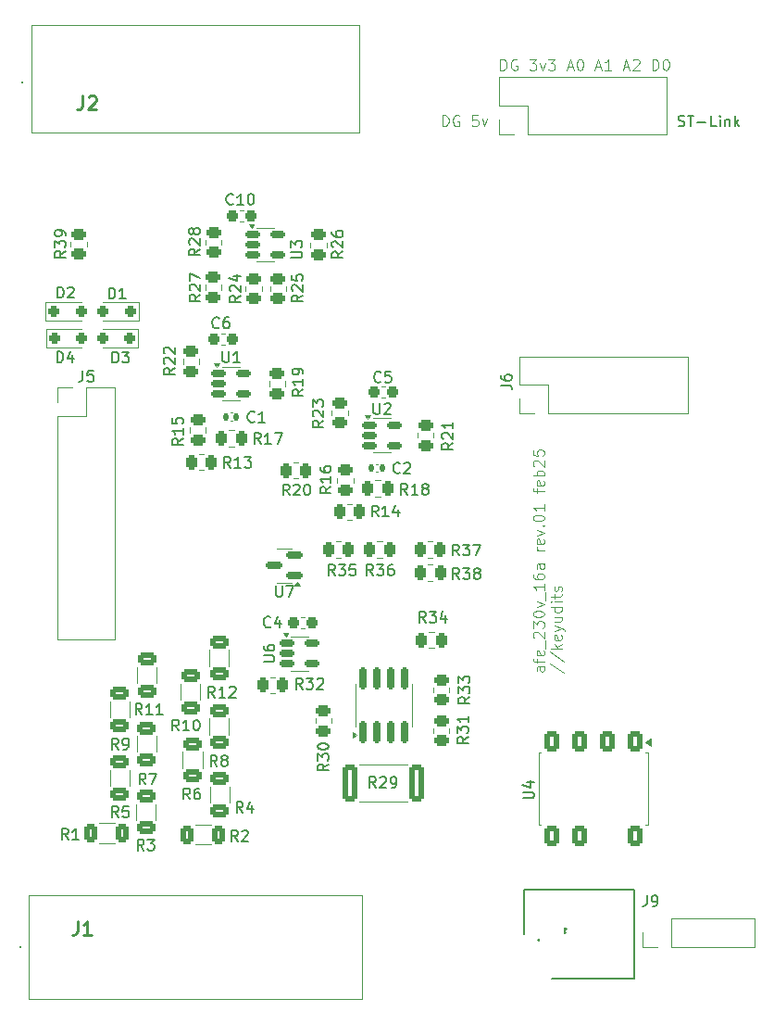
<source format=gto>
G04 #@! TF.GenerationSoftware,KiCad,Pcbnew,8.0.8*
G04 #@! TF.CreationDate,2025-02-19T14:34:16-05:00*
G04 #@! TF.ProjectId,afe_230v_16a,6166655f-3233-4307-965f-3136612e6b69,rev?*
G04 #@! TF.SameCoordinates,Original*
G04 #@! TF.FileFunction,Legend,Top*
G04 #@! TF.FilePolarity,Positive*
%FSLAX46Y46*%
G04 Gerber Fmt 4.6, Leading zero omitted, Abs format (unit mm)*
G04 Created by KiCad (PCBNEW 8.0.8) date 2025-02-19 14:34:16*
%MOMM*%
%LPD*%
G01*
G04 APERTURE LIST*
G04 Aperture macros list*
%AMRoundRect*
0 Rectangle with rounded corners*
0 $1 Rounding radius*
0 $2 $3 $4 $5 $6 $7 $8 $9 X,Y pos of 4 corners*
0 Add a 4 corners polygon primitive as box body*
4,1,4,$2,$3,$4,$5,$6,$7,$8,$9,$2,$3,0*
0 Add four circle primitives for the rounded corners*
1,1,$1+$1,$2,$3*
1,1,$1+$1,$4,$5*
1,1,$1+$1,$6,$7*
1,1,$1+$1,$8,$9*
0 Add four rect primitives between the rounded corners*
20,1,$1+$1,$2,$3,$4,$5,0*
20,1,$1+$1,$4,$5,$6,$7,0*
20,1,$1+$1,$6,$7,$8,$9,0*
20,1,$1+$1,$8,$9,$2,$3,0*%
G04 Aperture macros list end*
%ADD10C,0.100000*%
%ADD11C,0.150000*%
%ADD12C,0.254000*%
%ADD13C,0.120000*%
%ADD14C,0.200000*%
%ADD15RoundRect,0.250000X-0.450000X0.262500X-0.450000X-0.262500X0.450000X-0.262500X0.450000X0.262500X0*%
%ADD16RoundRect,0.250000X0.625000X-0.312500X0.625000X0.312500X-0.625000X0.312500X-0.625000X-0.312500X0*%
%ADD17RoundRect,0.250000X0.450000X-0.262500X0.450000X0.262500X-0.450000X0.262500X-0.450000X-0.262500X0*%
%ADD18RoundRect,0.250000X0.250000X0.250000X-0.250000X0.250000X-0.250000X-0.250000X0.250000X-0.250000X0*%
%ADD19RoundRect,0.140000X-0.140000X-0.170000X0.140000X-0.170000X0.140000X0.170000X-0.140000X0.170000X0*%
%ADD20RoundRect,0.250000X0.262500X0.450000X-0.262500X0.450000X-0.262500X-0.450000X0.262500X-0.450000X0*%
%ADD21RoundRect,0.237500X0.300000X0.237500X-0.300000X0.237500X-0.300000X-0.237500X0.300000X-0.237500X0*%
%ADD22R,1.950000X1.950000*%
%ADD23C,1.950000*%
%ADD24R,1.700000X1.700000*%
%ADD25O,1.700000X1.700000*%
%ADD26RoundRect,0.150000X0.587500X0.150000X-0.587500X0.150000X-0.587500X-0.150000X0.587500X-0.150000X0*%
%ADD27RoundRect,0.150000X-0.512500X-0.150000X0.512500X-0.150000X0.512500X0.150000X-0.512500X0.150000X0*%
%ADD28RoundRect,0.150000X0.150000X-0.825000X0.150000X0.825000X-0.150000X0.825000X-0.150000X-0.825000X0*%
%ADD29RoundRect,0.250000X-0.262500X-0.450000X0.262500X-0.450000X0.262500X0.450000X-0.262500X0.450000X0*%
%ADD30RoundRect,0.249999X-0.450001X0.675001X-0.450001X-0.675001X0.450001X-0.675001X0.450001X0.675001X0*%
%ADD31RoundRect,0.250000X-0.250000X-0.250000X0.250000X-0.250000X0.250000X0.250000X-0.250000X0.250000X0*%
%ADD32R,2.250000X2.250000*%
%ADD33C,2.250000*%
%ADD34RoundRect,0.249999X-0.450001X-1.425001X0.450001X-1.425001X0.450001X1.425001X-0.450001X1.425001X0*%
%ADD35RoundRect,0.250000X-0.312500X-0.625000X0.312500X-0.625000X0.312500X0.625000X-0.312500X0.625000X0*%
G04 APERTURE END LIST*
D10*
X156410000Y-59282419D02*
X156410000Y-58282419D01*
X156410000Y-58282419D02*
X156648095Y-58282419D01*
X156648095Y-58282419D02*
X156790952Y-58330038D01*
X156790952Y-58330038D02*
X156886190Y-58425276D01*
X156886190Y-58425276D02*
X156933809Y-58520514D01*
X156933809Y-58520514D02*
X156981428Y-58710990D01*
X156981428Y-58710990D02*
X156981428Y-58853847D01*
X156981428Y-58853847D02*
X156933809Y-59044323D01*
X156933809Y-59044323D02*
X156886190Y-59139561D01*
X156886190Y-59139561D02*
X156790952Y-59234800D01*
X156790952Y-59234800D02*
X156648095Y-59282419D01*
X156648095Y-59282419D02*
X156410000Y-59282419D01*
X157933809Y-58330038D02*
X157838571Y-58282419D01*
X157838571Y-58282419D02*
X157695714Y-58282419D01*
X157695714Y-58282419D02*
X157552857Y-58330038D01*
X157552857Y-58330038D02*
X157457619Y-58425276D01*
X157457619Y-58425276D02*
X157410000Y-58520514D01*
X157410000Y-58520514D02*
X157362381Y-58710990D01*
X157362381Y-58710990D02*
X157362381Y-58853847D01*
X157362381Y-58853847D02*
X157410000Y-59044323D01*
X157410000Y-59044323D02*
X157457619Y-59139561D01*
X157457619Y-59139561D02*
X157552857Y-59234800D01*
X157552857Y-59234800D02*
X157695714Y-59282419D01*
X157695714Y-59282419D02*
X157790952Y-59282419D01*
X157790952Y-59282419D02*
X157933809Y-59234800D01*
X157933809Y-59234800D02*
X157981428Y-59187180D01*
X157981428Y-59187180D02*
X157981428Y-58853847D01*
X157981428Y-58853847D02*
X157790952Y-58853847D01*
X159648095Y-58282419D02*
X159171905Y-58282419D01*
X159171905Y-58282419D02*
X159124286Y-58758609D01*
X159124286Y-58758609D02*
X159171905Y-58710990D01*
X159171905Y-58710990D02*
X159267143Y-58663371D01*
X159267143Y-58663371D02*
X159505238Y-58663371D01*
X159505238Y-58663371D02*
X159600476Y-58710990D01*
X159600476Y-58710990D02*
X159648095Y-58758609D01*
X159648095Y-58758609D02*
X159695714Y-58853847D01*
X159695714Y-58853847D02*
X159695714Y-59091942D01*
X159695714Y-59091942D02*
X159648095Y-59187180D01*
X159648095Y-59187180D02*
X159600476Y-59234800D01*
X159600476Y-59234800D02*
X159505238Y-59282419D01*
X159505238Y-59282419D02*
X159267143Y-59282419D01*
X159267143Y-59282419D02*
X159171905Y-59234800D01*
X159171905Y-59234800D02*
X159124286Y-59187180D01*
X160029048Y-58615752D02*
X160267143Y-59282419D01*
X160267143Y-59282419D02*
X160505238Y-58615752D01*
D11*
X177979160Y-59262200D02*
X178122017Y-59309819D01*
X178122017Y-59309819D02*
X178360112Y-59309819D01*
X178360112Y-59309819D02*
X178455350Y-59262200D01*
X178455350Y-59262200D02*
X178502969Y-59214580D01*
X178502969Y-59214580D02*
X178550588Y-59119342D01*
X178550588Y-59119342D02*
X178550588Y-59024104D01*
X178550588Y-59024104D02*
X178502969Y-58928866D01*
X178502969Y-58928866D02*
X178455350Y-58881247D01*
X178455350Y-58881247D02*
X178360112Y-58833628D01*
X178360112Y-58833628D02*
X178169636Y-58786009D01*
X178169636Y-58786009D02*
X178074398Y-58738390D01*
X178074398Y-58738390D02*
X178026779Y-58690771D01*
X178026779Y-58690771D02*
X177979160Y-58595533D01*
X177979160Y-58595533D02*
X177979160Y-58500295D01*
X177979160Y-58500295D02*
X178026779Y-58405057D01*
X178026779Y-58405057D02*
X178074398Y-58357438D01*
X178074398Y-58357438D02*
X178169636Y-58309819D01*
X178169636Y-58309819D02*
X178407731Y-58309819D01*
X178407731Y-58309819D02*
X178550588Y-58357438D01*
X178836303Y-58309819D02*
X179407731Y-58309819D01*
X179122017Y-59309819D02*
X179122017Y-58309819D01*
X179741065Y-58928866D02*
X180502970Y-58928866D01*
X181455350Y-59309819D02*
X180979160Y-59309819D01*
X180979160Y-59309819D02*
X180979160Y-58309819D01*
X181788684Y-59309819D02*
X181788684Y-58643152D01*
X181788684Y-58309819D02*
X181741065Y-58357438D01*
X181741065Y-58357438D02*
X181788684Y-58405057D01*
X181788684Y-58405057D02*
X181836303Y-58357438D01*
X181836303Y-58357438D02*
X181788684Y-58309819D01*
X181788684Y-58309819D02*
X181788684Y-58405057D01*
X182264874Y-58643152D02*
X182264874Y-59309819D01*
X182264874Y-58738390D02*
X182312493Y-58690771D01*
X182312493Y-58690771D02*
X182407731Y-58643152D01*
X182407731Y-58643152D02*
X182550588Y-58643152D01*
X182550588Y-58643152D02*
X182645826Y-58690771D01*
X182645826Y-58690771D02*
X182693445Y-58786009D01*
X182693445Y-58786009D02*
X182693445Y-59309819D01*
X183169636Y-59309819D02*
X183169636Y-58309819D01*
X183264874Y-58928866D02*
X183550588Y-59309819D01*
X183550588Y-58643152D02*
X183169636Y-59024104D01*
D10*
X165702475Y-108657544D02*
X165178665Y-108657544D01*
X165178665Y-108657544D02*
X165083427Y-108705163D01*
X165083427Y-108705163D02*
X165035808Y-108800401D01*
X165035808Y-108800401D02*
X165035808Y-108990877D01*
X165035808Y-108990877D02*
X165083427Y-109086115D01*
X165654856Y-108657544D02*
X165702475Y-108752782D01*
X165702475Y-108752782D02*
X165702475Y-108990877D01*
X165702475Y-108990877D02*
X165654856Y-109086115D01*
X165654856Y-109086115D02*
X165559617Y-109133734D01*
X165559617Y-109133734D02*
X165464379Y-109133734D01*
X165464379Y-109133734D02*
X165369141Y-109086115D01*
X165369141Y-109086115D02*
X165321522Y-108990877D01*
X165321522Y-108990877D02*
X165321522Y-108752782D01*
X165321522Y-108752782D02*
X165273903Y-108657544D01*
X165035808Y-108324210D02*
X165035808Y-107943258D01*
X165702475Y-108181353D02*
X164845332Y-108181353D01*
X164845332Y-108181353D02*
X164750094Y-108133734D01*
X164750094Y-108133734D02*
X164702475Y-108038496D01*
X164702475Y-108038496D02*
X164702475Y-107943258D01*
X165654856Y-107228972D02*
X165702475Y-107324210D01*
X165702475Y-107324210D02*
X165702475Y-107514686D01*
X165702475Y-107514686D02*
X165654856Y-107609924D01*
X165654856Y-107609924D02*
X165559617Y-107657543D01*
X165559617Y-107657543D02*
X165178665Y-107657543D01*
X165178665Y-107657543D02*
X165083427Y-107609924D01*
X165083427Y-107609924D02*
X165035808Y-107514686D01*
X165035808Y-107514686D02*
X165035808Y-107324210D01*
X165035808Y-107324210D02*
X165083427Y-107228972D01*
X165083427Y-107228972D02*
X165178665Y-107181353D01*
X165178665Y-107181353D02*
X165273903Y-107181353D01*
X165273903Y-107181353D02*
X165369141Y-107657543D01*
X165797713Y-106990877D02*
X165797713Y-106228972D01*
X164797713Y-106038495D02*
X164750094Y-105990876D01*
X164750094Y-105990876D02*
X164702475Y-105895638D01*
X164702475Y-105895638D02*
X164702475Y-105657543D01*
X164702475Y-105657543D02*
X164750094Y-105562305D01*
X164750094Y-105562305D02*
X164797713Y-105514686D01*
X164797713Y-105514686D02*
X164892951Y-105467067D01*
X164892951Y-105467067D02*
X164988189Y-105467067D01*
X164988189Y-105467067D02*
X165131046Y-105514686D01*
X165131046Y-105514686D02*
X165702475Y-106086114D01*
X165702475Y-106086114D02*
X165702475Y-105467067D01*
X164702475Y-105133733D02*
X164702475Y-104514686D01*
X164702475Y-104514686D02*
X165083427Y-104848019D01*
X165083427Y-104848019D02*
X165083427Y-104705162D01*
X165083427Y-104705162D02*
X165131046Y-104609924D01*
X165131046Y-104609924D02*
X165178665Y-104562305D01*
X165178665Y-104562305D02*
X165273903Y-104514686D01*
X165273903Y-104514686D02*
X165511998Y-104514686D01*
X165511998Y-104514686D02*
X165607236Y-104562305D01*
X165607236Y-104562305D02*
X165654856Y-104609924D01*
X165654856Y-104609924D02*
X165702475Y-104705162D01*
X165702475Y-104705162D02*
X165702475Y-104990876D01*
X165702475Y-104990876D02*
X165654856Y-105086114D01*
X165654856Y-105086114D02*
X165607236Y-105133733D01*
X164702475Y-103895638D02*
X164702475Y-103800400D01*
X164702475Y-103800400D02*
X164750094Y-103705162D01*
X164750094Y-103705162D02*
X164797713Y-103657543D01*
X164797713Y-103657543D02*
X164892951Y-103609924D01*
X164892951Y-103609924D02*
X165083427Y-103562305D01*
X165083427Y-103562305D02*
X165321522Y-103562305D01*
X165321522Y-103562305D02*
X165511998Y-103609924D01*
X165511998Y-103609924D02*
X165607236Y-103657543D01*
X165607236Y-103657543D02*
X165654856Y-103705162D01*
X165654856Y-103705162D02*
X165702475Y-103800400D01*
X165702475Y-103800400D02*
X165702475Y-103895638D01*
X165702475Y-103895638D02*
X165654856Y-103990876D01*
X165654856Y-103990876D02*
X165607236Y-104038495D01*
X165607236Y-104038495D02*
X165511998Y-104086114D01*
X165511998Y-104086114D02*
X165321522Y-104133733D01*
X165321522Y-104133733D02*
X165083427Y-104133733D01*
X165083427Y-104133733D02*
X164892951Y-104086114D01*
X164892951Y-104086114D02*
X164797713Y-104038495D01*
X164797713Y-104038495D02*
X164750094Y-103990876D01*
X164750094Y-103990876D02*
X164702475Y-103895638D01*
X165035808Y-103228971D02*
X165702475Y-102990876D01*
X165702475Y-102990876D02*
X165035808Y-102752781D01*
X165797713Y-102609924D02*
X165797713Y-101848019D01*
X165702475Y-101086114D02*
X165702475Y-101657542D01*
X165702475Y-101371828D02*
X164702475Y-101371828D01*
X164702475Y-101371828D02*
X164845332Y-101467066D01*
X164845332Y-101467066D02*
X164940570Y-101562304D01*
X164940570Y-101562304D02*
X164988189Y-101657542D01*
X164702475Y-100228971D02*
X164702475Y-100419447D01*
X164702475Y-100419447D02*
X164750094Y-100514685D01*
X164750094Y-100514685D02*
X164797713Y-100562304D01*
X164797713Y-100562304D02*
X164940570Y-100657542D01*
X164940570Y-100657542D02*
X165131046Y-100705161D01*
X165131046Y-100705161D02*
X165511998Y-100705161D01*
X165511998Y-100705161D02*
X165607236Y-100657542D01*
X165607236Y-100657542D02*
X165654856Y-100609923D01*
X165654856Y-100609923D02*
X165702475Y-100514685D01*
X165702475Y-100514685D02*
X165702475Y-100324209D01*
X165702475Y-100324209D02*
X165654856Y-100228971D01*
X165654856Y-100228971D02*
X165607236Y-100181352D01*
X165607236Y-100181352D02*
X165511998Y-100133733D01*
X165511998Y-100133733D02*
X165273903Y-100133733D01*
X165273903Y-100133733D02*
X165178665Y-100181352D01*
X165178665Y-100181352D02*
X165131046Y-100228971D01*
X165131046Y-100228971D02*
X165083427Y-100324209D01*
X165083427Y-100324209D02*
X165083427Y-100514685D01*
X165083427Y-100514685D02*
X165131046Y-100609923D01*
X165131046Y-100609923D02*
X165178665Y-100657542D01*
X165178665Y-100657542D02*
X165273903Y-100705161D01*
X165702475Y-99276590D02*
X165178665Y-99276590D01*
X165178665Y-99276590D02*
X165083427Y-99324209D01*
X165083427Y-99324209D02*
X165035808Y-99419447D01*
X165035808Y-99419447D02*
X165035808Y-99609923D01*
X165035808Y-99609923D02*
X165083427Y-99705161D01*
X165654856Y-99276590D02*
X165702475Y-99371828D01*
X165702475Y-99371828D02*
X165702475Y-99609923D01*
X165702475Y-99609923D02*
X165654856Y-99705161D01*
X165654856Y-99705161D02*
X165559617Y-99752780D01*
X165559617Y-99752780D02*
X165464379Y-99752780D01*
X165464379Y-99752780D02*
X165369141Y-99705161D01*
X165369141Y-99705161D02*
X165321522Y-99609923D01*
X165321522Y-99609923D02*
X165321522Y-99371828D01*
X165321522Y-99371828D02*
X165273903Y-99276590D01*
X165702475Y-98038494D02*
X165035808Y-98038494D01*
X165226284Y-98038494D02*
X165131046Y-97990875D01*
X165131046Y-97990875D02*
X165083427Y-97943256D01*
X165083427Y-97943256D02*
X165035808Y-97848018D01*
X165035808Y-97848018D02*
X165035808Y-97752780D01*
X165654856Y-97038494D02*
X165702475Y-97133732D01*
X165702475Y-97133732D02*
X165702475Y-97324208D01*
X165702475Y-97324208D02*
X165654856Y-97419446D01*
X165654856Y-97419446D02*
X165559617Y-97467065D01*
X165559617Y-97467065D02*
X165178665Y-97467065D01*
X165178665Y-97467065D02*
X165083427Y-97419446D01*
X165083427Y-97419446D02*
X165035808Y-97324208D01*
X165035808Y-97324208D02*
X165035808Y-97133732D01*
X165035808Y-97133732D02*
X165083427Y-97038494D01*
X165083427Y-97038494D02*
X165178665Y-96990875D01*
X165178665Y-96990875D02*
X165273903Y-96990875D01*
X165273903Y-96990875D02*
X165369141Y-97467065D01*
X165035808Y-96657541D02*
X165702475Y-96419446D01*
X165702475Y-96419446D02*
X165035808Y-96181351D01*
X165607236Y-95800398D02*
X165654856Y-95752779D01*
X165654856Y-95752779D02*
X165702475Y-95800398D01*
X165702475Y-95800398D02*
X165654856Y-95848017D01*
X165654856Y-95848017D02*
X165607236Y-95800398D01*
X165607236Y-95800398D02*
X165702475Y-95800398D01*
X164702475Y-95133732D02*
X164702475Y-95038494D01*
X164702475Y-95038494D02*
X164750094Y-94943256D01*
X164750094Y-94943256D02*
X164797713Y-94895637D01*
X164797713Y-94895637D02*
X164892951Y-94848018D01*
X164892951Y-94848018D02*
X165083427Y-94800399D01*
X165083427Y-94800399D02*
X165321522Y-94800399D01*
X165321522Y-94800399D02*
X165511998Y-94848018D01*
X165511998Y-94848018D02*
X165607236Y-94895637D01*
X165607236Y-94895637D02*
X165654856Y-94943256D01*
X165654856Y-94943256D02*
X165702475Y-95038494D01*
X165702475Y-95038494D02*
X165702475Y-95133732D01*
X165702475Y-95133732D02*
X165654856Y-95228970D01*
X165654856Y-95228970D02*
X165607236Y-95276589D01*
X165607236Y-95276589D02*
X165511998Y-95324208D01*
X165511998Y-95324208D02*
X165321522Y-95371827D01*
X165321522Y-95371827D02*
X165083427Y-95371827D01*
X165083427Y-95371827D02*
X164892951Y-95324208D01*
X164892951Y-95324208D02*
X164797713Y-95276589D01*
X164797713Y-95276589D02*
X164750094Y-95228970D01*
X164750094Y-95228970D02*
X164702475Y-95133732D01*
X165702475Y-93848018D02*
X165702475Y-94419446D01*
X165702475Y-94133732D02*
X164702475Y-94133732D01*
X164702475Y-94133732D02*
X164845332Y-94228970D01*
X164845332Y-94228970D02*
X164940570Y-94324208D01*
X164940570Y-94324208D02*
X164988189Y-94419446D01*
X165035808Y-92800398D02*
X165035808Y-92419446D01*
X165702475Y-92657541D02*
X164845332Y-92657541D01*
X164845332Y-92657541D02*
X164750094Y-92609922D01*
X164750094Y-92609922D02*
X164702475Y-92514684D01*
X164702475Y-92514684D02*
X164702475Y-92419446D01*
X165654856Y-91705160D02*
X165702475Y-91800398D01*
X165702475Y-91800398D02*
X165702475Y-91990874D01*
X165702475Y-91990874D02*
X165654856Y-92086112D01*
X165654856Y-92086112D02*
X165559617Y-92133731D01*
X165559617Y-92133731D02*
X165178665Y-92133731D01*
X165178665Y-92133731D02*
X165083427Y-92086112D01*
X165083427Y-92086112D02*
X165035808Y-91990874D01*
X165035808Y-91990874D02*
X165035808Y-91800398D01*
X165035808Y-91800398D02*
X165083427Y-91705160D01*
X165083427Y-91705160D02*
X165178665Y-91657541D01*
X165178665Y-91657541D02*
X165273903Y-91657541D01*
X165273903Y-91657541D02*
X165369141Y-92133731D01*
X165702475Y-91228969D02*
X164702475Y-91228969D01*
X165083427Y-91228969D02*
X165035808Y-91133731D01*
X165035808Y-91133731D02*
X165035808Y-90943255D01*
X165035808Y-90943255D02*
X165083427Y-90848017D01*
X165083427Y-90848017D02*
X165131046Y-90800398D01*
X165131046Y-90800398D02*
X165226284Y-90752779D01*
X165226284Y-90752779D02*
X165511998Y-90752779D01*
X165511998Y-90752779D02*
X165607236Y-90800398D01*
X165607236Y-90800398D02*
X165654856Y-90848017D01*
X165654856Y-90848017D02*
X165702475Y-90943255D01*
X165702475Y-90943255D02*
X165702475Y-91133731D01*
X165702475Y-91133731D02*
X165654856Y-91228969D01*
X164797713Y-90371826D02*
X164750094Y-90324207D01*
X164750094Y-90324207D02*
X164702475Y-90228969D01*
X164702475Y-90228969D02*
X164702475Y-89990874D01*
X164702475Y-89990874D02*
X164750094Y-89895636D01*
X164750094Y-89895636D02*
X164797713Y-89848017D01*
X164797713Y-89848017D02*
X164892951Y-89800398D01*
X164892951Y-89800398D02*
X164988189Y-89800398D01*
X164988189Y-89800398D02*
X165131046Y-89848017D01*
X165131046Y-89848017D02*
X165702475Y-90419445D01*
X165702475Y-90419445D02*
X165702475Y-89800398D01*
X164702475Y-88895636D02*
X164702475Y-89371826D01*
X164702475Y-89371826D02*
X165178665Y-89419445D01*
X165178665Y-89419445D02*
X165131046Y-89371826D01*
X165131046Y-89371826D02*
X165083427Y-89276588D01*
X165083427Y-89276588D02*
X165083427Y-89038493D01*
X165083427Y-89038493D02*
X165131046Y-88943255D01*
X165131046Y-88943255D02*
X165178665Y-88895636D01*
X165178665Y-88895636D02*
X165273903Y-88848017D01*
X165273903Y-88848017D02*
X165511998Y-88848017D01*
X165511998Y-88848017D02*
X165607236Y-88895636D01*
X165607236Y-88895636D02*
X165654856Y-88943255D01*
X165654856Y-88943255D02*
X165702475Y-89038493D01*
X165702475Y-89038493D02*
X165702475Y-89276588D01*
X165702475Y-89276588D02*
X165654856Y-89371826D01*
X165654856Y-89371826D02*
X165607236Y-89419445D01*
X166264800Y-108371830D02*
X167550514Y-109228972D01*
X166264800Y-107324211D02*
X167550514Y-108181353D01*
X167312419Y-106990877D02*
X166312419Y-106990877D01*
X166931466Y-106895639D02*
X167312419Y-106609925D01*
X166645752Y-106609925D02*
X167026704Y-106990877D01*
X167264800Y-105800401D02*
X167312419Y-105895639D01*
X167312419Y-105895639D02*
X167312419Y-106086115D01*
X167312419Y-106086115D02*
X167264800Y-106181353D01*
X167264800Y-106181353D02*
X167169561Y-106228972D01*
X167169561Y-106228972D02*
X166788609Y-106228972D01*
X166788609Y-106228972D02*
X166693371Y-106181353D01*
X166693371Y-106181353D02*
X166645752Y-106086115D01*
X166645752Y-106086115D02*
X166645752Y-105895639D01*
X166645752Y-105895639D02*
X166693371Y-105800401D01*
X166693371Y-105800401D02*
X166788609Y-105752782D01*
X166788609Y-105752782D02*
X166883847Y-105752782D01*
X166883847Y-105752782D02*
X166979085Y-106228972D01*
X166645752Y-105419448D02*
X167312419Y-105181353D01*
X166645752Y-104943258D02*
X167312419Y-105181353D01*
X167312419Y-105181353D02*
X167550514Y-105276591D01*
X167550514Y-105276591D02*
X167598133Y-105324210D01*
X167598133Y-105324210D02*
X167645752Y-105419448D01*
X166645752Y-104133734D02*
X167312419Y-104133734D01*
X166645752Y-104562305D02*
X167169561Y-104562305D01*
X167169561Y-104562305D02*
X167264800Y-104514686D01*
X167264800Y-104514686D02*
X167312419Y-104419448D01*
X167312419Y-104419448D02*
X167312419Y-104276591D01*
X167312419Y-104276591D02*
X167264800Y-104181353D01*
X167264800Y-104181353D02*
X167217180Y-104133734D01*
X167312419Y-103228972D02*
X166312419Y-103228972D01*
X167264800Y-103228972D02*
X167312419Y-103324210D01*
X167312419Y-103324210D02*
X167312419Y-103514686D01*
X167312419Y-103514686D02*
X167264800Y-103609924D01*
X167264800Y-103609924D02*
X167217180Y-103657543D01*
X167217180Y-103657543D02*
X167121942Y-103705162D01*
X167121942Y-103705162D02*
X166836228Y-103705162D01*
X166836228Y-103705162D02*
X166740990Y-103657543D01*
X166740990Y-103657543D02*
X166693371Y-103609924D01*
X166693371Y-103609924D02*
X166645752Y-103514686D01*
X166645752Y-103514686D02*
X166645752Y-103324210D01*
X166645752Y-103324210D02*
X166693371Y-103228972D01*
X167312419Y-102752781D02*
X166645752Y-102752781D01*
X166312419Y-102752781D02*
X166360038Y-102800400D01*
X166360038Y-102800400D02*
X166407657Y-102752781D01*
X166407657Y-102752781D02*
X166360038Y-102705162D01*
X166360038Y-102705162D02*
X166312419Y-102752781D01*
X166312419Y-102752781D02*
X166407657Y-102752781D01*
X166645752Y-102419448D02*
X166645752Y-102038496D01*
X166312419Y-102276591D02*
X167169561Y-102276591D01*
X167169561Y-102276591D02*
X167264800Y-102228972D01*
X167264800Y-102228972D02*
X167312419Y-102133734D01*
X167312419Y-102133734D02*
X167312419Y-102038496D01*
X167264800Y-101752781D02*
X167312419Y-101657543D01*
X167312419Y-101657543D02*
X167312419Y-101467067D01*
X167312419Y-101467067D02*
X167264800Y-101371829D01*
X167264800Y-101371829D02*
X167169561Y-101324210D01*
X167169561Y-101324210D02*
X167121942Y-101324210D01*
X167121942Y-101324210D02*
X167026704Y-101371829D01*
X167026704Y-101371829D02*
X166979085Y-101467067D01*
X166979085Y-101467067D02*
X166979085Y-101609924D01*
X166979085Y-101609924D02*
X166931466Y-101705162D01*
X166931466Y-101705162D02*
X166836228Y-101752781D01*
X166836228Y-101752781D02*
X166788609Y-101752781D01*
X166788609Y-101752781D02*
X166693371Y-101705162D01*
X166693371Y-101705162D02*
X166645752Y-101609924D01*
X166645752Y-101609924D02*
X166645752Y-101467067D01*
X166645752Y-101467067D02*
X166693371Y-101371829D01*
X161709523Y-54172419D02*
X161709523Y-53172419D01*
X161709523Y-53172419D02*
X161947618Y-53172419D01*
X161947618Y-53172419D02*
X162090475Y-53220038D01*
X162090475Y-53220038D02*
X162185713Y-53315276D01*
X162185713Y-53315276D02*
X162233332Y-53410514D01*
X162233332Y-53410514D02*
X162280951Y-53600990D01*
X162280951Y-53600990D02*
X162280951Y-53743847D01*
X162280951Y-53743847D02*
X162233332Y-53934323D01*
X162233332Y-53934323D02*
X162185713Y-54029561D01*
X162185713Y-54029561D02*
X162090475Y-54124800D01*
X162090475Y-54124800D02*
X161947618Y-54172419D01*
X161947618Y-54172419D02*
X161709523Y-54172419D01*
X163233332Y-53220038D02*
X163138094Y-53172419D01*
X163138094Y-53172419D02*
X162995237Y-53172419D01*
X162995237Y-53172419D02*
X162852380Y-53220038D01*
X162852380Y-53220038D02*
X162757142Y-53315276D01*
X162757142Y-53315276D02*
X162709523Y-53410514D01*
X162709523Y-53410514D02*
X162661904Y-53600990D01*
X162661904Y-53600990D02*
X162661904Y-53743847D01*
X162661904Y-53743847D02*
X162709523Y-53934323D01*
X162709523Y-53934323D02*
X162757142Y-54029561D01*
X162757142Y-54029561D02*
X162852380Y-54124800D01*
X162852380Y-54124800D02*
X162995237Y-54172419D01*
X162995237Y-54172419D02*
X163090475Y-54172419D01*
X163090475Y-54172419D02*
X163233332Y-54124800D01*
X163233332Y-54124800D02*
X163280951Y-54077180D01*
X163280951Y-54077180D02*
X163280951Y-53743847D01*
X163280951Y-53743847D02*
X163090475Y-53743847D01*
X164376190Y-53172419D02*
X164995237Y-53172419D01*
X164995237Y-53172419D02*
X164661904Y-53553371D01*
X164661904Y-53553371D02*
X164804761Y-53553371D01*
X164804761Y-53553371D02*
X164899999Y-53600990D01*
X164899999Y-53600990D02*
X164947618Y-53648609D01*
X164947618Y-53648609D02*
X164995237Y-53743847D01*
X164995237Y-53743847D02*
X164995237Y-53981942D01*
X164995237Y-53981942D02*
X164947618Y-54077180D01*
X164947618Y-54077180D02*
X164899999Y-54124800D01*
X164899999Y-54124800D02*
X164804761Y-54172419D01*
X164804761Y-54172419D02*
X164519047Y-54172419D01*
X164519047Y-54172419D02*
X164423809Y-54124800D01*
X164423809Y-54124800D02*
X164376190Y-54077180D01*
X165328571Y-53505752D02*
X165566666Y-54172419D01*
X165566666Y-54172419D02*
X165804761Y-53505752D01*
X166090476Y-53172419D02*
X166709523Y-53172419D01*
X166709523Y-53172419D02*
X166376190Y-53553371D01*
X166376190Y-53553371D02*
X166519047Y-53553371D01*
X166519047Y-53553371D02*
X166614285Y-53600990D01*
X166614285Y-53600990D02*
X166661904Y-53648609D01*
X166661904Y-53648609D02*
X166709523Y-53743847D01*
X166709523Y-53743847D02*
X166709523Y-53981942D01*
X166709523Y-53981942D02*
X166661904Y-54077180D01*
X166661904Y-54077180D02*
X166614285Y-54124800D01*
X166614285Y-54124800D02*
X166519047Y-54172419D01*
X166519047Y-54172419D02*
X166233333Y-54172419D01*
X166233333Y-54172419D02*
X166138095Y-54124800D01*
X166138095Y-54124800D02*
X166090476Y-54077180D01*
X167852381Y-53886704D02*
X168328571Y-53886704D01*
X167757143Y-54172419D02*
X168090476Y-53172419D01*
X168090476Y-53172419D02*
X168423809Y-54172419D01*
X168947619Y-53172419D02*
X169042857Y-53172419D01*
X169042857Y-53172419D02*
X169138095Y-53220038D01*
X169138095Y-53220038D02*
X169185714Y-53267657D01*
X169185714Y-53267657D02*
X169233333Y-53362895D01*
X169233333Y-53362895D02*
X169280952Y-53553371D01*
X169280952Y-53553371D02*
X169280952Y-53791466D01*
X169280952Y-53791466D02*
X169233333Y-53981942D01*
X169233333Y-53981942D02*
X169185714Y-54077180D01*
X169185714Y-54077180D02*
X169138095Y-54124800D01*
X169138095Y-54124800D02*
X169042857Y-54172419D01*
X169042857Y-54172419D02*
X168947619Y-54172419D01*
X168947619Y-54172419D02*
X168852381Y-54124800D01*
X168852381Y-54124800D02*
X168804762Y-54077180D01*
X168804762Y-54077180D02*
X168757143Y-53981942D01*
X168757143Y-53981942D02*
X168709524Y-53791466D01*
X168709524Y-53791466D02*
X168709524Y-53553371D01*
X168709524Y-53553371D02*
X168757143Y-53362895D01*
X168757143Y-53362895D02*
X168804762Y-53267657D01*
X168804762Y-53267657D02*
X168852381Y-53220038D01*
X168852381Y-53220038D02*
X168947619Y-53172419D01*
X170423810Y-53886704D02*
X170900000Y-53886704D01*
X170328572Y-54172419D02*
X170661905Y-53172419D01*
X170661905Y-53172419D02*
X170995238Y-54172419D01*
X171852381Y-54172419D02*
X171280953Y-54172419D01*
X171566667Y-54172419D02*
X171566667Y-53172419D01*
X171566667Y-53172419D02*
X171471429Y-53315276D01*
X171471429Y-53315276D02*
X171376191Y-53410514D01*
X171376191Y-53410514D02*
X171280953Y-53458133D01*
X172995239Y-53886704D02*
X173471429Y-53886704D01*
X172900001Y-54172419D02*
X173233334Y-53172419D01*
X173233334Y-53172419D02*
X173566667Y-54172419D01*
X173852382Y-53267657D02*
X173900001Y-53220038D01*
X173900001Y-53220038D02*
X173995239Y-53172419D01*
X173995239Y-53172419D02*
X174233334Y-53172419D01*
X174233334Y-53172419D02*
X174328572Y-53220038D01*
X174328572Y-53220038D02*
X174376191Y-53267657D01*
X174376191Y-53267657D02*
X174423810Y-53362895D01*
X174423810Y-53362895D02*
X174423810Y-53458133D01*
X174423810Y-53458133D02*
X174376191Y-53600990D01*
X174376191Y-53600990D02*
X173804763Y-54172419D01*
X173804763Y-54172419D02*
X174423810Y-54172419D01*
X175614287Y-54172419D02*
X175614287Y-53172419D01*
X175614287Y-53172419D02*
X175852382Y-53172419D01*
X175852382Y-53172419D02*
X175995239Y-53220038D01*
X175995239Y-53220038D02*
X176090477Y-53315276D01*
X176090477Y-53315276D02*
X176138096Y-53410514D01*
X176138096Y-53410514D02*
X176185715Y-53600990D01*
X176185715Y-53600990D02*
X176185715Y-53743847D01*
X176185715Y-53743847D02*
X176138096Y-53934323D01*
X176138096Y-53934323D02*
X176090477Y-54029561D01*
X176090477Y-54029561D02*
X175995239Y-54124800D01*
X175995239Y-54124800D02*
X175852382Y-54172419D01*
X175852382Y-54172419D02*
X175614287Y-54172419D01*
X176804763Y-53172419D02*
X176900001Y-53172419D01*
X176900001Y-53172419D02*
X176995239Y-53220038D01*
X176995239Y-53220038D02*
X177042858Y-53267657D01*
X177042858Y-53267657D02*
X177090477Y-53362895D01*
X177090477Y-53362895D02*
X177138096Y-53553371D01*
X177138096Y-53553371D02*
X177138096Y-53791466D01*
X177138096Y-53791466D02*
X177090477Y-53981942D01*
X177090477Y-53981942D02*
X177042858Y-54077180D01*
X177042858Y-54077180D02*
X176995239Y-54124800D01*
X176995239Y-54124800D02*
X176900001Y-54172419D01*
X176900001Y-54172419D02*
X176804763Y-54172419D01*
X176804763Y-54172419D02*
X176709525Y-54124800D01*
X176709525Y-54124800D02*
X176661906Y-54077180D01*
X176661906Y-54077180D02*
X176614287Y-53981942D01*
X176614287Y-53981942D02*
X176566668Y-53791466D01*
X176566668Y-53791466D02*
X176566668Y-53553371D01*
X176566668Y-53553371D02*
X176614287Y-53362895D01*
X176614287Y-53362895D02*
X176661906Y-53267657D01*
X176661906Y-53267657D02*
X176709525Y-53220038D01*
X176709525Y-53220038D02*
X176804763Y-53172419D01*
D11*
X121974819Y-70687857D02*
X121498628Y-71021190D01*
X121974819Y-71259285D02*
X120974819Y-71259285D01*
X120974819Y-71259285D02*
X120974819Y-70878333D01*
X120974819Y-70878333D02*
X121022438Y-70783095D01*
X121022438Y-70783095D02*
X121070057Y-70735476D01*
X121070057Y-70735476D02*
X121165295Y-70687857D01*
X121165295Y-70687857D02*
X121308152Y-70687857D01*
X121308152Y-70687857D02*
X121403390Y-70735476D01*
X121403390Y-70735476D02*
X121451009Y-70783095D01*
X121451009Y-70783095D02*
X121498628Y-70878333D01*
X121498628Y-70878333D02*
X121498628Y-71259285D01*
X120974819Y-70354523D02*
X120974819Y-69735476D01*
X120974819Y-69735476D02*
X121355771Y-70068809D01*
X121355771Y-70068809D02*
X121355771Y-69925952D01*
X121355771Y-69925952D02*
X121403390Y-69830714D01*
X121403390Y-69830714D02*
X121451009Y-69783095D01*
X121451009Y-69783095D02*
X121546247Y-69735476D01*
X121546247Y-69735476D02*
X121784342Y-69735476D01*
X121784342Y-69735476D02*
X121879580Y-69783095D01*
X121879580Y-69783095D02*
X121927200Y-69830714D01*
X121927200Y-69830714D02*
X121974819Y-69925952D01*
X121974819Y-69925952D02*
X121974819Y-70211666D01*
X121974819Y-70211666D02*
X121927200Y-70306904D01*
X121927200Y-70306904D02*
X121879580Y-70354523D01*
X121974819Y-69259285D02*
X121974819Y-69068809D01*
X121974819Y-69068809D02*
X121927200Y-68973571D01*
X121927200Y-68973571D02*
X121879580Y-68925952D01*
X121879580Y-68925952D02*
X121736723Y-68830714D01*
X121736723Y-68830714D02*
X121546247Y-68783095D01*
X121546247Y-68783095D02*
X121165295Y-68783095D01*
X121165295Y-68783095D02*
X121070057Y-68830714D01*
X121070057Y-68830714D02*
X121022438Y-68878333D01*
X121022438Y-68878333D02*
X120974819Y-68973571D01*
X120974819Y-68973571D02*
X120974819Y-69164047D01*
X120974819Y-69164047D02*
X121022438Y-69259285D01*
X121022438Y-69259285D02*
X121070057Y-69306904D01*
X121070057Y-69306904D02*
X121165295Y-69354523D01*
X121165295Y-69354523D02*
X121403390Y-69354523D01*
X121403390Y-69354523D02*
X121498628Y-69306904D01*
X121498628Y-69306904D02*
X121546247Y-69259285D01*
X121546247Y-69259285D02*
X121593866Y-69164047D01*
X121593866Y-69164047D02*
X121593866Y-68973571D01*
X121593866Y-68973571D02*
X121546247Y-68878333D01*
X121546247Y-68878333D02*
X121498628Y-68830714D01*
X121498628Y-68830714D02*
X121403390Y-68783095D01*
X135813333Y-117762319D02*
X135480000Y-117286128D01*
X135241905Y-117762319D02*
X135241905Y-116762319D01*
X135241905Y-116762319D02*
X135622857Y-116762319D01*
X135622857Y-116762319D02*
X135718095Y-116809938D01*
X135718095Y-116809938D02*
X135765714Y-116857557D01*
X135765714Y-116857557D02*
X135813333Y-116952795D01*
X135813333Y-116952795D02*
X135813333Y-117095652D01*
X135813333Y-117095652D02*
X135765714Y-117190890D01*
X135765714Y-117190890D02*
X135718095Y-117238509D01*
X135718095Y-117238509D02*
X135622857Y-117286128D01*
X135622857Y-117286128D02*
X135241905Y-117286128D01*
X136384762Y-117190890D02*
X136289524Y-117143271D01*
X136289524Y-117143271D02*
X136241905Y-117095652D01*
X136241905Y-117095652D02*
X136194286Y-117000414D01*
X136194286Y-117000414D02*
X136194286Y-116952795D01*
X136194286Y-116952795D02*
X136241905Y-116857557D01*
X136241905Y-116857557D02*
X136289524Y-116809938D01*
X136289524Y-116809938D02*
X136384762Y-116762319D01*
X136384762Y-116762319D02*
X136575238Y-116762319D01*
X136575238Y-116762319D02*
X136670476Y-116809938D01*
X136670476Y-116809938D02*
X136718095Y-116857557D01*
X136718095Y-116857557D02*
X136765714Y-116952795D01*
X136765714Y-116952795D02*
X136765714Y-117000414D01*
X136765714Y-117000414D02*
X136718095Y-117095652D01*
X136718095Y-117095652D02*
X136670476Y-117143271D01*
X136670476Y-117143271D02*
X136575238Y-117190890D01*
X136575238Y-117190890D02*
X136384762Y-117190890D01*
X136384762Y-117190890D02*
X136289524Y-117238509D01*
X136289524Y-117238509D02*
X136241905Y-117286128D01*
X136241905Y-117286128D02*
X136194286Y-117381366D01*
X136194286Y-117381366D02*
X136194286Y-117571842D01*
X136194286Y-117571842D02*
X136241905Y-117667080D01*
X136241905Y-117667080D02*
X136289524Y-117714700D01*
X136289524Y-117714700D02*
X136384762Y-117762319D01*
X136384762Y-117762319D02*
X136575238Y-117762319D01*
X136575238Y-117762319D02*
X136670476Y-117714700D01*
X136670476Y-117714700D02*
X136718095Y-117667080D01*
X136718095Y-117667080D02*
X136765714Y-117571842D01*
X136765714Y-117571842D02*
X136765714Y-117381366D01*
X136765714Y-117381366D02*
X136718095Y-117286128D01*
X136718095Y-117286128D02*
X136670476Y-117238509D01*
X136670476Y-117238509D02*
X136575238Y-117190890D01*
X129123333Y-125449819D02*
X128790000Y-124973628D01*
X128551905Y-125449819D02*
X128551905Y-124449819D01*
X128551905Y-124449819D02*
X128932857Y-124449819D01*
X128932857Y-124449819D02*
X129028095Y-124497438D01*
X129028095Y-124497438D02*
X129075714Y-124545057D01*
X129075714Y-124545057D02*
X129123333Y-124640295D01*
X129123333Y-124640295D02*
X129123333Y-124783152D01*
X129123333Y-124783152D02*
X129075714Y-124878390D01*
X129075714Y-124878390D02*
X129028095Y-124926009D01*
X129028095Y-124926009D02*
X128932857Y-124973628D01*
X128932857Y-124973628D02*
X128551905Y-124973628D01*
X129456667Y-124449819D02*
X130075714Y-124449819D01*
X130075714Y-124449819D02*
X129742381Y-124830771D01*
X129742381Y-124830771D02*
X129885238Y-124830771D01*
X129885238Y-124830771D02*
X129980476Y-124878390D01*
X129980476Y-124878390D02*
X130028095Y-124926009D01*
X130028095Y-124926009D02*
X130075714Y-125021247D01*
X130075714Y-125021247D02*
X130075714Y-125259342D01*
X130075714Y-125259342D02*
X130028095Y-125354580D01*
X130028095Y-125354580D02*
X129980476Y-125402200D01*
X129980476Y-125402200D02*
X129885238Y-125449819D01*
X129885238Y-125449819D02*
X129599524Y-125449819D01*
X129599524Y-125449819D02*
X129504286Y-125402200D01*
X129504286Y-125402200D02*
X129456667Y-125354580D01*
X146004819Y-117572857D02*
X145528628Y-117906190D01*
X146004819Y-118144285D02*
X145004819Y-118144285D01*
X145004819Y-118144285D02*
X145004819Y-117763333D01*
X145004819Y-117763333D02*
X145052438Y-117668095D01*
X145052438Y-117668095D02*
X145100057Y-117620476D01*
X145100057Y-117620476D02*
X145195295Y-117572857D01*
X145195295Y-117572857D02*
X145338152Y-117572857D01*
X145338152Y-117572857D02*
X145433390Y-117620476D01*
X145433390Y-117620476D02*
X145481009Y-117668095D01*
X145481009Y-117668095D02*
X145528628Y-117763333D01*
X145528628Y-117763333D02*
X145528628Y-118144285D01*
X145004819Y-117239523D02*
X145004819Y-116620476D01*
X145004819Y-116620476D02*
X145385771Y-116953809D01*
X145385771Y-116953809D02*
X145385771Y-116810952D01*
X145385771Y-116810952D02*
X145433390Y-116715714D01*
X145433390Y-116715714D02*
X145481009Y-116668095D01*
X145481009Y-116668095D02*
X145576247Y-116620476D01*
X145576247Y-116620476D02*
X145814342Y-116620476D01*
X145814342Y-116620476D02*
X145909580Y-116668095D01*
X145909580Y-116668095D02*
X145957200Y-116715714D01*
X145957200Y-116715714D02*
X146004819Y-116810952D01*
X146004819Y-116810952D02*
X146004819Y-117096666D01*
X146004819Y-117096666D02*
X145957200Y-117191904D01*
X145957200Y-117191904D02*
X145909580Y-117239523D01*
X145004819Y-116001428D02*
X145004819Y-115906190D01*
X145004819Y-115906190D02*
X145052438Y-115810952D01*
X145052438Y-115810952D02*
X145100057Y-115763333D01*
X145100057Y-115763333D02*
X145195295Y-115715714D01*
X145195295Y-115715714D02*
X145385771Y-115668095D01*
X145385771Y-115668095D02*
X145623866Y-115668095D01*
X145623866Y-115668095D02*
X145814342Y-115715714D01*
X145814342Y-115715714D02*
X145909580Y-115763333D01*
X145909580Y-115763333D02*
X145957200Y-115810952D01*
X145957200Y-115810952D02*
X146004819Y-115906190D01*
X146004819Y-115906190D02*
X146004819Y-116001428D01*
X146004819Y-116001428D02*
X145957200Y-116096666D01*
X145957200Y-116096666D02*
X145909580Y-116144285D01*
X145909580Y-116144285D02*
X145814342Y-116191904D01*
X145814342Y-116191904D02*
X145623866Y-116239523D01*
X145623866Y-116239523D02*
X145385771Y-116239523D01*
X145385771Y-116239523D02*
X145195295Y-116191904D01*
X145195295Y-116191904D02*
X145100057Y-116144285D01*
X145100057Y-116144285D02*
X145052438Y-116096666D01*
X145052438Y-116096666D02*
X145004819Y-116001428D01*
X134279819Y-74680357D02*
X133803628Y-75013690D01*
X134279819Y-75251785D02*
X133279819Y-75251785D01*
X133279819Y-75251785D02*
X133279819Y-74870833D01*
X133279819Y-74870833D02*
X133327438Y-74775595D01*
X133327438Y-74775595D02*
X133375057Y-74727976D01*
X133375057Y-74727976D02*
X133470295Y-74680357D01*
X133470295Y-74680357D02*
X133613152Y-74680357D01*
X133613152Y-74680357D02*
X133708390Y-74727976D01*
X133708390Y-74727976D02*
X133756009Y-74775595D01*
X133756009Y-74775595D02*
X133803628Y-74870833D01*
X133803628Y-74870833D02*
X133803628Y-75251785D01*
X133375057Y-74299404D02*
X133327438Y-74251785D01*
X133327438Y-74251785D02*
X133279819Y-74156547D01*
X133279819Y-74156547D02*
X133279819Y-73918452D01*
X133279819Y-73918452D02*
X133327438Y-73823214D01*
X133327438Y-73823214D02*
X133375057Y-73775595D01*
X133375057Y-73775595D02*
X133470295Y-73727976D01*
X133470295Y-73727976D02*
X133565533Y-73727976D01*
X133565533Y-73727976D02*
X133708390Y-73775595D01*
X133708390Y-73775595D02*
X134279819Y-74347023D01*
X134279819Y-74347023D02*
X134279819Y-73727976D01*
X133279819Y-73394642D02*
X133279819Y-72727976D01*
X133279819Y-72727976D02*
X134279819Y-73156547D01*
X132694137Y-87830357D02*
X132217946Y-88163690D01*
X132694137Y-88401785D02*
X131694137Y-88401785D01*
X131694137Y-88401785D02*
X131694137Y-88020833D01*
X131694137Y-88020833D02*
X131741756Y-87925595D01*
X131741756Y-87925595D02*
X131789375Y-87877976D01*
X131789375Y-87877976D02*
X131884613Y-87830357D01*
X131884613Y-87830357D02*
X132027470Y-87830357D01*
X132027470Y-87830357D02*
X132122708Y-87877976D01*
X132122708Y-87877976D02*
X132170327Y-87925595D01*
X132170327Y-87925595D02*
X132217946Y-88020833D01*
X132217946Y-88020833D02*
X132217946Y-88401785D01*
X132694137Y-86877976D02*
X132694137Y-87449404D01*
X132694137Y-87163690D02*
X131694137Y-87163690D01*
X131694137Y-87163690D02*
X131836994Y-87258928D01*
X131836994Y-87258928D02*
X131932232Y-87354166D01*
X131932232Y-87354166D02*
X131979851Y-87449404D01*
X131694137Y-85973214D02*
X131694137Y-86449404D01*
X131694137Y-86449404D02*
X132170327Y-86497023D01*
X132170327Y-86497023D02*
X132122708Y-86449404D01*
X132122708Y-86449404D02*
X132075089Y-86354166D01*
X132075089Y-86354166D02*
X132075089Y-86116071D01*
X132075089Y-86116071D02*
X132122708Y-86020833D01*
X132122708Y-86020833D02*
X132170327Y-85973214D01*
X132170327Y-85973214D02*
X132265565Y-85925595D01*
X132265565Y-85925595D02*
X132503660Y-85925595D01*
X132503660Y-85925595D02*
X132598898Y-85973214D01*
X132598898Y-85973214D02*
X132646518Y-86020833D01*
X132646518Y-86020833D02*
X132694137Y-86116071D01*
X132694137Y-86116071D02*
X132694137Y-86354166D01*
X132694137Y-86354166D02*
X132646518Y-86449404D01*
X132646518Y-86449404D02*
X132598898Y-86497023D01*
X131931637Y-81380357D02*
X131455446Y-81713690D01*
X131931637Y-81951785D02*
X130931637Y-81951785D01*
X130931637Y-81951785D02*
X130931637Y-81570833D01*
X130931637Y-81570833D02*
X130979256Y-81475595D01*
X130979256Y-81475595D02*
X131026875Y-81427976D01*
X131026875Y-81427976D02*
X131122113Y-81380357D01*
X131122113Y-81380357D02*
X131264970Y-81380357D01*
X131264970Y-81380357D02*
X131360208Y-81427976D01*
X131360208Y-81427976D02*
X131407827Y-81475595D01*
X131407827Y-81475595D02*
X131455446Y-81570833D01*
X131455446Y-81570833D02*
X131455446Y-81951785D01*
X131026875Y-80999404D02*
X130979256Y-80951785D01*
X130979256Y-80951785D02*
X130931637Y-80856547D01*
X130931637Y-80856547D02*
X130931637Y-80618452D01*
X130931637Y-80618452D02*
X130979256Y-80523214D01*
X130979256Y-80523214D02*
X131026875Y-80475595D01*
X131026875Y-80475595D02*
X131122113Y-80427976D01*
X131122113Y-80427976D02*
X131217351Y-80427976D01*
X131217351Y-80427976D02*
X131360208Y-80475595D01*
X131360208Y-80475595D02*
X131931637Y-81047023D01*
X131931637Y-81047023D02*
X131931637Y-80427976D01*
X131026875Y-80047023D02*
X130979256Y-79999404D01*
X130979256Y-79999404D02*
X130931637Y-79904166D01*
X130931637Y-79904166D02*
X130931637Y-79666071D01*
X130931637Y-79666071D02*
X130979256Y-79570833D01*
X130979256Y-79570833D02*
X131026875Y-79523214D01*
X131026875Y-79523214D02*
X131122113Y-79475595D01*
X131122113Y-79475595D02*
X131217351Y-79475595D01*
X131217351Y-79475595D02*
X131360208Y-79523214D01*
X131360208Y-79523214D02*
X131931637Y-80094642D01*
X131931637Y-80094642D02*
X131931637Y-79475595D01*
X126231905Y-80894819D02*
X126231905Y-79894819D01*
X126231905Y-79894819D02*
X126470000Y-79894819D01*
X126470000Y-79894819D02*
X126612857Y-79942438D01*
X126612857Y-79942438D02*
X126708095Y-80037676D01*
X126708095Y-80037676D02*
X126755714Y-80132914D01*
X126755714Y-80132914D02*
X126803333Y-80323390D01*
X126803333Y-80323390D02*
X126803333Y-80466247D01*
X126803333Y-80466247D02*
X126755714Y-80656723D01*
X126755714Y-80656723D02*
X126708095Y-80751961D01*
X126708095Y-80751961D02*
X126612857Y-80847200D01*
X126612857Y-80847200D02*
X126470000Y-80894819D01*
X126470000Y-80894819D02*
X126231905Y-80894819D01*
X127136667Y-79894819D02*
X127755714Y-79894819D01*
X127755714Y-79894819D02*
X127422381Y-80275771D01*
X127422381Y-80275771D02*
X127565238Y-80275771D01*
X127565238Y-80275771D02*
X127660476Y-80323390D01*
X127660476Y-80323390D02*
X127708095Y-80371009D01*
X127708095Y-80371009D02*
X127755714Y-80466247D01*
X127755714Y-80466247D02*
X127755714Y-80704342D01*
X127755714Y-80704342D02*
X127708095Y-80799580D01*
X127708095Y-80799580D02*
X127660476Y-80847200D01*
X127660476Y-80847200D02*
X127565238Y-80894819D01*
X127565238Y-80894819D02*
X127279524Y-80894819D01*
X127279524Y-80894819D02*
X127184286Y-80847200D01*
X127184286Y-80847200D02*
X127136667Y-80799580D01*
X139222651Y-86247080D02*
X139175032Y-86294700D01*
X139175032Y-86294700D02*
X139032175Y-86342319D01*
X139032175Y-86342319D02*
X138936937Y-86342319D01*
X138936937Y-86342319D02*
X138794080Y-86294700D01*
X138794080Y-86294700D02*
X138698842Y-86199461D01*
X138698842Y-86199461D02*
X138651223Y-86104223D01*
X138651223Y-86104223D02*
X138603604Y-85913747D01*
X138603604Y-85913747D02*
X138603604Y-85770890D01*
X138603604Y-85770890D02*
X138651223Y-85580414D01*
X138651223Y-85580414D02*
X138698842Y-85485176D01*
X138698842Y-85485176D02*
X138794080Y-85389938D01*
X138794080Y-85389938D02*
X138936937Y-85342319D01*
X138936937Y-85342319D02*
X139032175Y-85342319D01*
X139032175Y-85342319D02*
X139175032Y-85389938D01*
X139175032Y-85389938D02*
X139222651Y-85437557D01*
X140175032Y-86342319D02*
X139603604Y-86342319D01*
X139889318Y-86342319D02*
X139889318Y-85342319D01*
X139889318Y-85342319D02*
X139794080Y-85485176D01*
X139794080Y-85485176D02*
X139698842Y-85580414D01*
X139698842Y-85580414D02*
X139603604Y-85628033D01*
X157957142Y-100667319D02*
X157623809Y-100191128D01*
X157385714Y-100667319D02*
X157385714Y-99667319D01*
X157385714Y-99667319D02*
X157766666Y-99667319D01*
X157766666Y-99667319D02*
X157861904Y-99714938D01*
X157861904Y-99714938D02*
X157909523Y-99762557D01*
X157909523Y-99762557D02*
X157957142Y-99857795D01*
X157957142Y-99857795D02*
X157957142Y-100000652D01*
X157957142Y-100000652D02*
X157909523Y-100095890D01*
X157909523Y-100095890D02*
X157861904Y-100143509D01*
X157861904Y-100143509D02*
X157766666Y-100191128D01*
X157766666Y-100191128D02*
X157385714Y-100191128D01*
X158290476Y-99667319D02*
X158909523Y-99667319D01*
X158909523Y-99667319D02*
X158576190Y-100048271D01*
X158576190Y-100048271D02*
X158719047Y-100048271D01*
X158719047Y-100048271D02*
X158814285Y-100095890D01*
X158814285Y-100095890D02*
X158861904Y-100143509D01*
X158861904Y-100143509D02*
X158909523Y-100238747D01*
X158909523Y-100238747D02*
X158909523Y-100476842D01*
X158909523Y-100476842D02*
X158861904Y-100572080D01*
X158861904Y-100572080D02*
X158814285Y-100619700D01*
X158814285Y-100619700D02*
X158719047Y-100667319D01*
X158719047Y-100667319D02*
X158433333Y-100667319D01*
X158433333Y-100667319D02*
X158338095Y-100619700D01*
X158338095Y-100619700D02*
X158290476Y-100572080D01*
X159480952Y-100095890D02*
X159385714Y-100048271D01*
X159385714Y-100048271D02*
X159338095Y-100000652D01*
X159338095Y-100000652D02*
X159290476Y-99905414D01*
X159290476Y-99905414D02*
X159290476Y-99857795D01*
X159290476Y-99857795D02*
X159338095Y-99762557D01*
X159338095Y-99762557D02*
X159385714Y-99714938D01*
X159385714Y-99714938D02*
X159480952Y-99667319D01*
X159480952Y-99667319D02*
X159671428Y-99667319D01*
X159671428Y-99667319D02*
X159766666Y-99714938D01*
X159766666Y-99714938D02*
X159814285Y-99762557D01*
X159814285Y-99762557D02*
X159861904Y-99857795D01*
X159861904Y-99857795D02*
X159861904Y-99905414D01*
X159861904Y-99905414D02*
X159814285Y-100000652D01*
X159814285Y-100000652D02*
X159766666Y-100048271D01*
X159766666Y-100048271D02*
X159671428Y-100095890D01*
X159671428Y-100095890D02*
X159480952Y-100095890D01*
X159480952Y-100095890D02*
X159385714Y-100143509D01*
X159385714Y-100143509D02*
X159338095Y-100191128D01*
X159338095Y-100191128D02*
X159290476Y-100286366D01*
X159290476Y-100286366D02*
X159290476Y-100476842D01*
X159290476Y-100476842D02*
X159338095Y-100572080D01*
X159338095Y-100572080D02*
X159385714Y-100619700D01*
X159385714Y-100619700D02*
X159480952Y-100667319D01*
X159480952Y-100667319D02*
X159671428Y-100667319D01*
X159671428Y-100667319D02*
X159766666Y-100619700D01*
X159766666Y-100619700D02*
X159814285Y-100572080D01*
X159814285Y-100572080D02*
X159861904Y-100476842D01*
X159861904Y-100476842D02*
X159861904Y-100286366D01*
X159861904Y-100286366D02*
X159814285Y-100191128D01*
X159814285Y-100191128D02*
X159766666Y-100143509D01*
X159766666Y-100143509D02*
X159671428Y-100095890D01*
X146212319Y-92242857D02*
X145736128Y-92576190D01*
X146212319Y-92814285D02*
X145212319Y-92814285D01*
X145212319Y-92814285D02*
X145212319Y-92433333D01*
X145212319Y-92433333D02*
X145259938Y-92338095D01*
X145259938Y-92338095D02*
X145307557Y-92290476D01*
X145307557Y-92290476D02*
X145402795Y-92242857D01*
X145402795Y-92242857D02*
X145545652Y-92242857D01*
X145545652Y-92242857D02*
X145640890Y-92290476D01*
X145640890Y-92290476D02*
X145688509Y-92338095D01*
X145688509Y-92338095D02*
X145736128Y-92433333D01*
X145736128Y-92433333D02*
X145736128Y-92814285D01*
X146212319Y-91290476D02*
X146212319Y-91861904D01*
X146212319Y-91576190D02*
X145212319Y-91576190D01*
X145212319Y-91576190D02*
X145355176Y-91671428D01*
X145355176Y-91671428D02*
X145450414Y-91766666D01*
X145450414Y-91766666D02*
X145498033Y-91861904D01*
X145212319Y-90433333D02*
X145212319Y-90623809D01*
X145212319Y-90623809D02*
X145259938Y-90719047D01*
X145259938Y-90719047D02*
X145307557Y-90766666D01*
X145307557Y-90766666D02*
X145450414Y-90861904D01*
X145450414Y-90861904D02*
X145640890Y-90909523D01*
X145640890Y-90909523D02*
X146021842Y-90909523D01*
X146021842Y-90909523D02*
X146117080Y-90861904D01*
X146117080Y-90861904D02*
X146164700Y-90814285D01*
X146164700Y-90814285D02*
X146212319Y-90719047D01*
X146212319Y-90719047D02*
X146212319Y-90528571D01*
X146212319Y-90528571D02*
X146164700Y-90433333D01*
X146164700Y-90433333D02*
X146117080Y-90385714D01*
X146117080Y-90385714D02*
X146021842Y-90338095D01*
X146021842Y-90338095D02*
X145783747Y-90338095D01*
X145783747Y-90338095D02*
X145688509Y-90385714D01*
X145688509Y-90385714D02*
X145640890Y-90433333D01*
X145640890Y-90433333D02*
X145593271Y-90528571D01*
X145593271Y-90528571D02*
X145593271Y-90719047D01*
X145593271Y-90719047D02*
X145640890Y-90814285D01*
X145640890Y-90814285D02*
X145688509Y-90861904D01*
X145688509Y-90861904D02*
X145783747Y-90909523D01*
X137274642Y-66379580D02*
X137227023Y-66427200D01*
X137227023Y-66427200D02*
X137084166Y-66474819D01*
X137084166Y-66474819D02*
X136988928Y-66474819D01*
X136988928Y-66474819D02*
X136846071Y-66427200D01*
X136846071Y-66427200D02*
X136750833Y-66331961D01*
X136750833Y-66331961D02*
X136703214Y-66236723D01*
X136703214Y-66236723D02*
X136655595Y-66046247D01*
X136655595Y-66046247D02*
X136655595Y-65903390D01*
X136655595Y-65903390D02*
X136703214Y-65712914D01*
X136703214Y-65712914D02*
X136750833Y-65617676D01*
X136750833Y-65617676D02*
X136846071Y-65522438D01*
X136846071Y-65522438D02*
X136988928Y-65474819D01*
X136988928Y-65474819D02*
X137084166Y-65474819D01*
X137084166Y-65474819D02*
X137227023Y-65522438D01*
X137227023Y-65522438D02*
X137274642Y-65570057D01*
X138227023Y-66474819D02*
X137655595Y-66474819D01*
X137941309Y-66474819D02*
X137941309Y-65474819D01*
X137941309Y-65474819D02*
X137846071Y-65617676D01*
X137846071Y-65617676D02*
X137750833Y-65712914D01*
X137750833Y-65712914D02*
X137655595Y-65760533D01*
X138846071Y-65474819D02*
X138941309Y-65474819D01*
X138941309Y-65474819D02*
X139036547Y-65522438D01*
X139036547Y-65522438D02*
X139084166Y-65570057D01*
X139084166Y-65570057D02*
X139131785Y-65665295D01*
X139131785Y-65665295D02*
X139179404Y-65855771D01*
X139179404Y-65855771D02*
X139179404Y-66093866D01*
X139179404Y-66093866D02*
X139131785Y-66284342D01*
X139131785Y-66284342D02*
X139084166Y-66379580D01*
X139084166Y-66379580D02*
X139036547Y-66427200D01*
X139036547Y-66427200D02*
X138941309Y-66474819D01*
X138941309Y-66474819D02*
X138846071Y-66474819D01*
X138846071Y-66474819D02*
X138750833Y-66427200D01*
X138750833Y-66427200D02*
X138703214Y-66379580D01*
X138703214Y-66379580D02*
X138655595Y-66284342D01*
X138655595Y-66284342D02*
X138607976Y-66093866D01*
X138607976Y-66093866D02*
X138607976Y-65855771D01*
X138607976Y-65855771D02*
X138655595Y-65665295D01*
X138655595Y-65665295D02*
X138703214Y-65570057D01*
X138703214Y-65570057D02*
X138750833Y-65522438D01*
X138750833Y-65522438D02*
X138846071Y-65474819D01*
D12*
X123506667Y-56509318D02*
X123506667Y-57416461D01*
X123506667Y-57416461D02*
X123446190Y-57597889D01*
X123446190Y-57597889D02*
X123325238Y-57718842D01*
X123325238Y-57718842D02*
X123143809Y-57779318D01*
X123143809Y-57779318D02*
X123022857Y-57779318D01*
X124050952Y-56630270D02*
X124111428Y-56569794D01*
X124111428Y-56569794D02*
X124232381Y-56509318D01*
X124232381Y-56509318D02*
X124534762Y-56509318D01*
X124534762Y-56509318D02*
X124655714Y-56569794D01*
X124655714Y-56569794D02*
X124716190Y-56630270D01*
X124716190Y-56630270D02*
X124776667Y-56751222D01*
X124776667Y-56751222D02*
X124776667Y-56872175D01*
X124776667Y-56872175D02*
X124716190Y-57053603D01*
X124716190Y-57053603D02*
X123990476Y-57779318D01*
X123990476Y-57779318D02*
X124776667Y-57779318D01*
D11*
X175106666Y-129564819D02*
X175106666Y-130279104D01*
X175106666Y-130279104D02*
X175059047Y-130421961D01*
X175059047Y-130421961D02*
X174963809Y-130517200D01*
X174963809Y-130517200D02*
X174820952Y-130564819D01*
X174820952Y-130564819D02*
X174725714Y-130564819D01*
X175630476Y-130564819D02*
X175820952Y-130564819D01*
X175820952Y-130564819D02*
X175916190Y-130517200D01*
X175916190Y-130517200D02*
X175963809Y-130469580D01*
X175963809Y-130469580D02*
X176059047Y-130326723D01*
X176059047Y-130326723D02*
X176106666Y-130136247D01*
X176106666Y-130136247D02*
X176106666Y-129755295D01*
X176106666Y-129755295D02*
X176059047Y-129660057D01*
X176059047Y-129660057D02*
X176011428Y-129612438D01*
X176011428Y-129612438D02*
X175916190Y-129564819D01*
X175916190Y-129564819D02*
X175725714Y-129564819D01*
X175725714Y-129564819D02*
X175630476Y-129612438D01*
X175630476Y-129612438D02*
X175582857Y-129660057D01*
X175582857Y-129660057D02*
X175535238Y-129755295D01*
X175535238Y-129755295D02*
X175535238Y-129993390D01*
X175535238Y-129993390D02*
X175582857Y-130088628D01*
X175582857Y-130088628D02*
X175630476Y-130136247D01*
X175630476Y-130136247D02*
X175725714Y-130183866D01*
X175725714Y-130183866D02*
X175916190Y-130183866D01*
X175916190Y-130183866D02*
X176011428Y-130136247D01*
X176011428Y-130136247D02*
X176059047Y-130088628D01*
X176059047Y-130088628D02*
X176106666Y-129993390D01*
X147304819Y-70742857D02*
X146828628Y-71076190D01*
X147304819Y-71314285D02*
X146304819Y-71314285D01*
X146304819Y-71314285D02*
X146304819Y-70933333D01*
X146304819Y-70933333D02*
X146352438Y-70838095D01*
X146352438Y-70838095D02*
X146400057Y-70790476D01*
X146400057Y-70790476D02*
X146495295Y-70742857D01*
X146495295Y-70742857D02*
X146638152Y-70742857D01*
X146638152Y-70742857D02*
X146733390Y-70790476D01*
X146733390Y-70790476D02*
X146781009Y-70838095D01*
X146781009Y-70838095D02*
X146828628Y-70933333D01*
X146828628Y-70933333D02*
X146828628Y-71314285D01*
X146400057Y-70361904D02*
X146352438Y-70314285D01*
X146352438Y-70314285D02*
X146304819Y-70219047D01*
X146304819Y-70219047D02*
X146304819Y-69980952D01*
X146304819Y-69980952D02*
X146352438Y-69885714D01*
X146352438Y-69885714D02*
X146400057Y-69838095D01*
X146400057Y-69838095D02*
X146495295Y-69790476D01*
X146495295Y-69790476D02*
X146590533Y-69790476D01*
X146590533Y-69790476D02*
X146733390Y-69838095D01*
X146733390Y-69838095D02*
X147304819Y-70409523D01*
X147304819Y-70409523D02*
X147304819Y-69790476D01*
X146304819Y-68933333D02*
X146304819Y-69123809D01*
X146304819Y-69123809D02*
X146352438Y-69219047D01*
X146352438Y-69219047D02*
X146400057Y-69266666D01*
X146400057Y-69266666D02*
X146542914Y-69361904D01*
X146542914Y-69361904D02*
X146733390Y-69409523D01*
X146733390Y-69409523D02*
X147114342Y-69409523D01*
X147114342Y-69409523D02*
X147209580Y-69361904D01*
X147209580Y-69361904D02*
X147257200Y-69314285D01*
X147257200Y-69314285D02*
X147304819Y-69219047D01*
X147304819Y-69219047D02*
X147304819Y-69028571D01*
X147304819Y-69028571D02*
X147257200Y-68933333D01*
X147257200Y-68933333D02*
X147209580Y-68885714D01*
X147209580Y-68885714D02*
X147114342Y-68838095D01*
X147114342Y-68838095D02*
X146876247Y-68838095D01*
X146876247Y-68838095D02*
X146781009Y-68885714D01*
X146781009Y-68885714D02*
X146733390Y-68933333D01*
X146733390Y-68933333D02*
X146685771Y-69028571D01*
X146685771Y-69028571D02*
X146685771Y-69219047D01*
X146685771Y-69219047D02*
X146733390Y-69314285D01*
X146733390Y-69314285D02*
X146781009Y-69361904D01*
X146781009Y-69361904D02*
X146876247Y-69409523D01*
X140698333Y-104999580D02*
X140650714Y-105047200D01*
X140650714Y-105047200D02*
X140507857Y-105094819D01*
X140507857Y-105094819D02*
X140412619Y-105094819D01*
X140412619Y-105094819D02*
X140269762Y-105047200D01*
X140269762Y-105047200D02*
X140174524Y-104951961D01*
X140174524Y-104951961D02*
X140126905Y-104856723D01*
X140126905Y-104856723D02*
X140079286Y-104666247D01*
X140079286Y-104666247D02*
X140079286Y-104523390D01*
X140079286Y-104523390D02*
X140126905Y-104332914D01*
X140126905Y-104332914D02*
X140174524Y-104237676D01*
X140174524Y-104237676D02*
X140269762Y-104142438D01*
X140269762Y-104142438D02*
X140412619Y-104094819D01*
X140412619Y-104094819D02*
X140507857Y-104094819D01*
X140507857Y-104094819D02*
X140650714Y-104142438D01*
X140650714Y-104142438D02*
X140698333Y-104190057D01*
X141555476Y-104428152D02*
X141555476Y-105094819D01*
X141317381Y-104047200D02*
X141079286Y-104761485D01*
X141079286Y-104761485D02*
X141698333Y-104761485D01*
X137954819Y-74767857D02*
X137478628Y-75101190D01*
X137954819Y-75339285D02*
X136954819Y-75339285D01*
X136954819Y-75339285D02*
X136954819Y-74958333D01*
X136954819Y-74958333D02*
X137002438Y-74863095D01*
X137002438Y-74863095D02*
X137050057Y-74815476D01*
X137050057Y-74815476D02*
X137145295Y-74767857D01*
X137145295Y-74767857D02*
X137288152Y-74767857D01*
X137288152Y-74767857D02*
X137383390Y-74815476D01*
X137383390Y-74815476D02*
X137431009Y-74863095D01*
X137431009Y-74863095D02*
X137478628Y-74958333D01*
X137478628Y-74958333D02*
X137478628Y-75339285D01*
X137050057Y-74386904D02*
X137002438Y-74339285D01*
X137002438Y-74339285D02*
X136954819Y-74244047D01*
X136954819Y-74244047D02*
X136954819Y-74005952D01*
X136954819Y-74005952D02*
X137002438Y-73910714D01*
X137002438Y-73910714D02*
X137050057Y-73863095D01*
X137050057Y-73863095D02*
X137145295Y-73815476D01*
X137145295Y-73815476D02*
X137240533Y-73815476D01*
X137240533Y-73815476D02*
X137383390Y-73863095D01*
X137383390Y-73863095D02*
X137954819Y-74434523D01*
X137954819Y-74434523D02*
X137954819Y-73815476D01*
X137288152Y-72958333D02*
X137954819Y-72958333D01*
X136907200Y-73196428D02*
X137621485Y-73434523D01*
X137621485Y-73434523D02*
X137621485Y-72815476D01*
X150783333Y-82607080D02*
X150735714Y-82654700D01*
X150735714Y-82654700D02*
X150592857Y-82702319D01*
X150592857Y-82702319D02*
X150497619Y-82702319D01*
X150497619Y-82702319D02*
X150354762Y-82654700D01*
X150354762Y-82654700D02*
X150259524Y-82559461D01*
X150259524Y-82559461D02*
X150211905Y-82464223D01*
X150211905Y-82464223D02*
X150164286Y-82273747D01*
X150164286Y-82273747D02*
X150164286Y-82130890D01*
X150164286Y-82130890D02*
X150211905Y-81940414D01*
X150211905Y-81940414D02*
X150259524Y-81845176D01*
X150259524Y-81845176D02*
X150354762Y-81749938D01*
X150354762Y-81749938D02*
X150497619Y-81702319D01*
X150497619Y-81702319D02*
X150592857Y-81702319D01*
X150592857Y-81702319D02*
X150735714Y-81749938D01*
X150735714Y-81749938D02*
X150783333Y-81797557D01*
X151688095Y-81702319D02*
X151211905Y-81702319D01*
X151211905Y-81702319D02*
X151164286Y-82178509D01*
X151164286Y-82178509D02*
X151211905Y-82130890D01*
X151211905Y-82130890D02*
X151307143Y-82083271D01*
X151307143Y-82083271D02*
X151545238Y-82083271D01*
X151545238Y-82083271D02*
X151640476Y-82130890D01*
X151640476Y-82130890D02*
X151688095Y-82178509D01*
X151688095Y-82178509D02*
X151735714Y-82273747D01*
X151735714Y-82273747D02*
X151735714Y-82511842D01*
X151735714Y-82511842D02*
X151688095Y-82607080D01*
X151688095Y-82607080D02*
X151640476Y-82654700D01*
X151640476Y-82654700D02*
X151545238Y-82702319D01*
X151545238Y-82702319D02*
X151307143Y-82702319D01*
X151307143Y-82702319D02*
X151211905Y-82654700D01*
X151211905Y-82654700D02*
X151164286Y-82607080D01*
X141190595Y-101274819D02*
X141190595Y-102084342D01*
X141190595Y-102084342D02*
X141238214Y-102179580D01*
X141238214Y-102179580D02*
X141285833Y-102227200D01*
X141285833Y-102227200D02*
X141381071Y-102274819D01*
X141381071Y-102274819D02*
X141571547Y-102274819D01*
X141571547Y-102274819D02*
X141666785Y-102227200D01*
X141666785Y-102227200D02*
X141714404Y-102179580D01*
X141714404Y-102179580D02*
X141762023Y-102084342D01*
X141762023Y-102084342D02*
X141762023Y-101274819D01*
X142142976Y-101274819D02*
X142809642Y-101274819D01*
X142809642Y-101274819D02*
X142381071Y-102274819D01*
X142584819Y-71321904D02*
X143394342Y-71321904D01*
X143394342Y-71321904D02*
X143489580Y-71274285D01*
X143489580Y-71274285D02*
X143537200Y-71226666D01*
X143537200Y-71226666D02*
X143584819Y-71131428D01*
X143584819Y-71131428D02*
X143584819Y-70940952D01*
X143584819Y-70940952D02*
X143537200Y-70845714D01*
X143537200Y-70845714D02*
X143489580Y-70798095D01*
X143489580Y-70798095D02*
X143394342Y-70750476D01*
X143394342Y-70750476D02*
X142584819Y-70750476D01*
X142584819Y-70369523D02*
X142584819Y-69750476D01*
X142584819Y-69750476D02*
X142965771Y-70083809D01*
X142965771Y-70083809D02*
X142965771Y-69940952D01*
X142965771Y-69940952D02*
X143013390Y-69845714D01*
X143013390Y-69845714D02*
X143061009Y-69798095D01*
X143061009Y-69798095D02*
X143156247Y-69750476D01*
X143156247Y-69750476D02*
X143394342Y-69750476D01*
X143394342Y-69750476D02*
X143489580Y-69798095D01*
X143489580Y-69798095D02*
X143537200Y-69845714D01*
X143537200Y-69845714D02*
X143584819Y-69940952D01*
X143584819Y-69940952D02*
X143584819Y-70226666D01*
X143584819Y-70226666D02*
X143537200Y-70321904D01*
X143537200Y-70321904D02*
X143489580Y-70369523D01*
X158759819Y-115080357D02*
X158283628Y-115413690D01*
X158759819Y-115651785D02*
X157759819Y-115651785D01*
X157759819Y-115651785D02*
X157759819Y-115270833D01*
X157759819Y-115270833D02*
X157807438Y-115175595D01*
X157807438Y-115175595D02*
X157855057Y-115127976D01*
X157855057Y-115127976D02*
X157950295Y-115080357D01*
X157950295Y-115080357D02*
X158093152Y-115080357D01*
X158093152Y-115080357D02*
X158188390Y-115127976D01*
X158188390Y-115127976D02*
X158236009Y-115175595D01*
X158236009Y-115175595D02*
X158283628Y-115270833D01*
X158283628Y-115270833D02*
X158283628Y-115651785D01*
X157759819Y-114747023D02*
X157759819Y-114127976D01*
X157759819Y-114127976D02*
X158140771Y-114461309D01*
X158140771Y-114461309D02*
X158140771Y-114318452D01*
X158140771Y-114318452D02*
X158188390Y-114223214D01*
X158188390Y-114223214D02*
X158236009Y-114175595D01*
X158236009Y-114175595D02*
X158331247Y-114127976D01*
X158331247Y-114127976D02*
X158569342Y-114127976D01*
X158569342Y-114127976D02*
X158664580Y-114175595D01*
X158664580Y-114175595D02*
X158712200Y-114223214D01*
X158712200Y-114223214D02*
X158759819Y-114318452D01*
X158759819Y-114318452D02*
X158759819Y-114604166D01*
X158759819Y-114604166D02*
X158712200Y-114699404D01*
X158712200Y-114699404D02*
X158664580Y-114747023D01*
X158759819Y-113175595D02*
X158759819Y-113747023D01*
X158759819Y-113461309D02*
X157759819Y-113461309D01*
X157759819Y-113461309D02*
X157902676Y-113556547D01*
X157902676Y-113556547D02*
X157997914Y-113651785D01*
X157997914Y-113651785D02*
X158045533Y-113747023D01*
X135993333Y-77659580D02*
X135945714Y-77707200D01*
X135945714Y-77707200D02*
X135802857Y-77754819D01*
X135802857Y-77754819D02*
X135707619Y-77754819D01*
X135707619Y-77754819D02*
X135564762Y-77707200D01*
X135564762Y-77707200D02*
X135469524Y-77611961D01*
X135469524Y-77611961D02*
X135421905Y-77516723D01*
X135421905Y-77516723D02*
X135374286Y-77326247D01*
X135374286Y-77326247D02*
X135374286Y-77183390D01*
X135374286Y-77183390D02*
X135421905Y-76992914D01*
X135421905Y-76992914D02*
X135469524Y-76897676D01*
X135469524Y-76897676D02*
X135564762Y-76802438D01*
X135564762Y-76802438D02*
X135707619Y-76754819D01*
X135707619Y-76754819D02*
X135802857Y-76754819D01*
X135802857Y-76754819D02*
X135945714Y-76802438D01*
X135945714Y-76802438D02*
X135993333Y-76850057D01*
X136850476Y-76754819D02*
X136660000Y-76754819D01*
X136660000Y-76754819D02*
X136564762Y-76802438D01*
X136564762Y-76802438D02*
X136517143Y-76850057D01*
X136517143Y-76850057D02*
X136421905Y-76992914D01*
X136421905Y-76992914D02*
X136374286Y-77183390D01*
X136374286Y-77183390D02*
X136374286Y-77564342D01*
X136374286Y-77564342D02*
X136421905Y-77659580D01*
X136421905Y-77659580D02*
X136469524Y-77707200D01*
X136469524Y-77707200D02*
X136564762Y-77754819D01*
X136564762Y-77754819D02*
X136755238Y-77754819D01*
X136755238Y-77754819D02*
X136850476Y-77707200D01*
X136850476Y-77707200D02*
X136898095Y-77659580D01*
X136898095Y-77659580D02*
X136945714Y-77564342D01*
X136945714Y-77564342D02*
X136945714Y-77326247D01*
X136945714Y-77326247D02*
X136898095Y-77231009D01*
X136898095Y-77231009D02*
X136850476Y-77183390D01*
X136850476Y-77183390D02*
X136755238Y-77135771D01*
X136755238Y-77135771D02*
X136564762Y-77135771D01*
X136564762Y-77135771D02*
X136469524Y-77183390D01*
X136469524Y-77183390D02*
X136421905Y-77231009D01*
X136421905Y-77231009D02*
X136374286Y-77326247D01*
X129273333Y-119422319D02*
X128940000Y-118946128D01*
X128701905Y-119422319D02*
X128701905Y-118422319D01*
X128701905Y-118422319D02*
X129082857Y-118422319D01*
X129082857Y-118422319D02*
X129178095Y-118469938D01*
X129178095Y-118469938D02*
X129225714Y-118517557D01*
X129225714Y-118517557D02*
X129273333Y-118612795D01*
X129273333Y-118612795D02*
X129273333Y-118755652D01*
X129273333Y-118755652D02*
X129225714Y-118850890D01*
X129225714Y-118850890D02*
X129178095Y-118898509D01*
X129178095Y-118898509D02*
X129082857Y-118946128D01*
X129082857Y-118946128D02*
X128701905Y-118946128D01*
X129606667Y-118422319D02*
X130273333Y-118422319D01*
X130273333Y-118422319D02*
X129844762Y-119422319D01*
X143627142Y-110724819D02*
X143293809Y-110248628D01*
X143055714Y-110724819D02*
X143055714Y-109724819D01*
X143055714Y-109724819D02*
X143436666Y-109724819D01*
X143436666Y-109724819D02*
X143531904Y-109772438D01*
X143531904Y-109772438D02*
X143579523Y-109820057D01*
X143579523Y-109820057D02*
X143627142Y-109915295D01*
X143627142Y-109915295D02*
X143627142Y-110058152D01*
X143627142Y-110058152D02*
X143579523Y-110153390D01*
X143579523Y-110153390D02*
X143531904Y-110201009D01*
X143531904Y-110201009D02*
X143436666Y-110248628D01*
X143436666Y-110248628D02*
X143055714Y-110248628D01*
X143960476Y-109724819D02*
X144579523Y-109724819D01*
X144579523Y-109724819D02*
X144246190Y-110105771D01*
X144246190Y-110105771D02*
X144389047Y-110105771D01*
X144389047Y-110105771D02*
X144484285Y-110153390D01*
X144484285Y-110153390D02*
X144531904Y-110201009D01*
X144531904Y-110201009D02*
X144579523Y-110296247D01*
X144579523Y-110296247D02*
X144579523Y-110534342D01*
X144579523Y-110534342D02*
X144531904Y-110629580D01*
X144531904Y-110629580D02*
X144484285Y-110677200D01*
X144484285Y-110677200D02*
X144389047Y-110724819D01*
X144389047Y-110724819D02*
X144103333Y-110724819D01*
X144103333Y-110724819D02*
X144008095Y-110677200D01*
X144008095Y-110677200D02*
X143960476Y-110629580D01*
X144960476Y-109820057D02*
X145008095Y-109772438D01*
X145008095Y-109772438D02*
X145103333Y-109724819D01*
X145103333Y-109724819D02*
X145341428Y-109724819D01*
X145341428Y-109724819D02*
X145436666Y-109772438D01*
X145436666Y-109772438D02*
X145484285Y-109820057D01*
X145484285Y-109820057D02*
X145531904Y-109915295D01*
X145531904Y-109915295D02*
X145531904Y-110010533D01*
X145531904Y-110010533D02*
X145484285Y-110153390D01*
X145484285Y-110153390D02*
X144912857Y-110724819D01*
X144912857Y-110724819D02*
X145531904Y-110724819D01*
X134229819Y-70510357D02*
X133753628Y-70843690D01*
X134229819Y-71081785D02*
X133229819Y-71081785D01*
X133229819Y-71081785D02*
X133229819Y-70700833D01*
X133229819Y-70700833D02*
X133277438Y-70605595D01*
X133277438Y-70605595D02*
X133325057Y-70557976D01*
X133325057Y-70557976D02*
X133420295Y-70510357D01*
X133420295Y-70510357D02*
X133563152Y-70510357D01*
X133563152Y-70510357D02*
X133658390Y-70557976D01*
X133658390Y-70557976D02*
X133706009Y-70605595D01*
X133706009Y-70605595D02*
X133753628Y-70700833D01*
X133753628Y-70700833D02*
X133753628Y-71081785D01*
X133325057Y-70129404D02*
X133277438Y-70081785D01*
X133277438Y-70081785D02*
X133229819Y-69986547D01*
X133229819Y-69986547D02*
X133229819Y-69748452D01*
X133229819Y-69748452D02*
X133277438Y-69653214D01*
X133277438Y-69653214D02*
X133325057Y-69605595D01*
X133325057Y-69605595D02*
X133420295Y-69557976D01*
X133420295Y-69557976D02*
X133515533Y-69557976D01*
X133515533Y-69557976D02*
X133658390Y-69605595D01*
X133658390Y-69605595D02*
X134229819Y-70177023D01*
X134229819Y-70177023D02*
X134229819Y-69557976D01*
X133658390Y-68986547D02*
X133610771Y-69081785D01*
X133610771Y-69081785D02*
X133563152Y-69129404D01*
X133563152Y-69129404D02*
X133467914Y-69177023D01*
X133467914Y-69177023D02*
X133420295Y-69177023D01*
X133420295Y-69177023D02*
X133325057Y-69129404D01*
X133325057Y-69129404D02*
X133277438Y-69081785D01*
X133277438Y-69081785D02*
X133229819Y-68986547D01*
X133229819Y-68986547D02*
X133229819Y-68796071D01*
X133229819Y-68796071D02*
X133277438Y-68700833D01*
X133277438Y-68700833D02*
X133325057Y-68653214D01*
X133325057Y-68653214D02*
X133420295Y-68605595D01*
X133420295Y-68605595D02*
X133467914Y-68605595D01*
X133467914Y-68605595D02*
X133563152Y-68653214D01*
X133563152Y-68653214D02*
X133610771Y-68700833D01*
X133610771Y-68700833D02*
X133658390Y-68796071D01*
X133658390Y-68796071D02*
X133658390Y-68986547D01*
X133658390Y-68986547D02*
X133706009Y-69081785D01*
X133706009Y-69081785D02*
X133753628Y-69129404D01*
X133753628Y-69129404D02*
X133848866Y-69177023D01*
X133848866Y-69177023D02*
X134039342Y-69177023D01*
X134039342Y-69177023D02*
X134134580Y-69129404D01*
X134134580Y-69129404D02*
X134182200Y-69081785D01*
X134182200Y-69081785D02*
X134229819Y-68986547D01*
X134229819Y-68986547D02*
X134229819Y-68796071D01*
X134229819Y-68796071D02*
X134182200Y-68700833D01*
X134182200Y-68700833D02*
X134134580Y-68653214D01*
X134134580Y-68653214D02*
X134039342Y-68605595D01*
X134039342Y-68605595D02*
X133848866Y-68605595D01*
X133848866Y-68605595D02*
X133753628Y-68653214D01*
X133753628Y-68653214D02*
X133706009Y-68700833D01*
X133706009Y-68700833D02*
X133658390Y-68796071D01*
X143681637Y-83342857D02*
X143205446Y-83676190D01*
X143681637Y-83914285D02*
X142681637Y-83914285D01*
X142681637Y-83914285D02*
X142681637Y-83533333D01*
X142681637Y-83533333D02*
X142729256Y-83438095D01*
X142729256Y-83438095D02*
X142776875Y-83390476D01*
X142776875Y-83390476D02*
X142872113Y-83342857D01*
X142872113Y-83342857D02*
X143014970Y-83342857D01*
X143014970Y-83342857D02*
X143110208Y-83390476D01*
X143110208Y-83390476D02*
X143157827Y-83438095D01*
X143157827Y-83438095D02*
X143205446Y-83533333D01*
X143205446Y-83533333D02*
X143205446Y-83914285D01*
X143681637Y-82390476D02*
X143681637Y-82961904D01*
X143681637Y-82676190D02*
X142681637Y-82676190D01*
X142681637Y-82676190D02*
X142824494Y-82771428D01*
X142824494Y-82771428D02*
X142919732Y-82866666D01*
X142919732Y-82866666D02*
X142967351Y-82961904D01*
X143681637Y-81914285D02*
X143681637Y-81723809D01*
X143681637Y-81723809D02*
X143634018Y-81628571D01*
X143634018Y-81628571D02*
X143586398Y-81580952D01*
X143586398Y-81580952D02*
X143443541Y-81485714D01*
X143443541Y-81485714D02*
X143253065Y-81438095D01*
X143253065Y-81438095D02*
X142872113Y-81438095D01*
X142872113Y-81438095D02*
X142776875Y-81485714D01*
X142776875Y-81485714D02*
X142729256Y-81533333D01*
X142729256Y-81533333D02*
X142681637Y-81628571D01*
X142681637Y-81628571D02*
X142681637Y-81819047D01*
X142681637Y-81819047D02*
X142729256Y-81914285D01*
X142729256Y-81914285D02*
X142776875Y-81961904D01*
X142776875Y-81961904D02*
X142872113Y-82009523D01*
X142872113Y-82009523D02*
X143110208Y-82009523D01*
X143110208Y-82009523D02*
X143205446Y-81961904D01*
X143205446Y-81961904D02*
X143253065Y-81914285D01*
X143253065Y-81914285D02*
X143300684Y-81819047D01*
X143300684Y-81819047D02*
X143300684Y-81628571D01*
X143300684Y-81628571D02*
X143253065Y-81533333D01*
X143253065Y-81533333D02*
X143205446Y-81485714D01*
X143205446Y-81485714D02*
X143110208Y-81438095D01*
X157387319Y-88242857D02*
X156911128Y-88576190D01*
X157387319Y-88814285D02*
X156387319Y-88814285D01*
X156387319Y-88814285D02*
X156387319Y-88433333D01*
X156387319Y-88433333D02*
X156434938Y-88338095D01*
X156434938Y-88338095D02*
X156482557Y-88290476D01*
X156482557Y-88290476D02*
X156577795Y-88242857D01*
X156577795Y-88242857D02*
X156720652Y-88242857D01*
X156720652Y-88242857D02*
X156815890Y-88290476D01*
X156815890Y-88290476D02*
X156863509Y-88338095D01*
X156863509Y-88338095D02*
X156911128Y-88433333D01*
X156911128Y-88433333D02*
X156911128Y-88814285D01*
X156482557Y-87861904D02*
X156434938Y-87814285D01*
X156434938Y-87814285D02*
X156387319Y-87719047D01*
X156387319Y-87719047D02*
X156387319Y-87480952D01*
X156387319Y-87480952D02*
X156434938Y-87385714D01*
X156434938Y-87385714D02*
X156482557Y-87338095D01*
X156482557Y-87338095D02*
X156577795Y-87290476D01*
X156577795Y-87290476D02*
X156673033Y-87290476D01*
X156673033Y-87290476D02*
X156815890Y-87338095D01*
X156815890Y-87338095D02*
X157387319Y-87909523D01*
X157387319Y-87909523D02*
X157387319Y-87290476D01*
X157387319Y-86338095D02*
X157387319Y-86909523D01*
X157387319Y-86623809D02*
X156387319Y-86623809D01*
X156387319Y-86623809D02*
X156530176Y-86719047D01*
X156530176Y-86719047D02*
X156625414Y-86814285D01*
X156625414Y-86814285D02*
X156673033Y-86909523D01*
X142427142Y-93004819D02*
X142093809Y-92528628D01*
X141855714Y-93004819D02*
X141855714Y-92004819D01*
X141855714Y-92004819D02*
X142236666Y-92004819D01*
X142236666Y-92004819D02*
X142331904Y-92052438D01*
X142331904Y-92052438D02*
X142379523Y-92100057D01*
X142379523Y-92100057D02*
X142427142Y-92195295D01*
X142427142Y-92195295D02*
X142427142Y-92338152D01*
X142427142Y-92338152D02*
X142379523Y-92433390D01*
X142379523Y-92433390D02*
X142331904Y-92481009D01*
X142331904Y-92481009D02*
X142236666Y-92528628D01*
X142236666Y-92528628D02*
X141855714Y-92528628D01*
X142808095Y-92100057D02*
X142855714Y-92052438D01*
X142855714Y-92052438D02*
X142950952Y-92004819D01*
X142950952Y-92004819D02*
X143189047Y-92004819D01*
X143189047Y-92004819D02*
X143284285Y-92052438D01*
X143284285Y-92052438D02*
X143331904Y-92100057D01*
X143331904Y-92100057D02*
X143379523Y-92195295D01*
X143379523Y-92195295D02*
X143379523Y-92290533D01*
X143379523Y-92290533D02*
X143331904Y-92433390D01*
X143331904Y-92433390D02*
X142760476Y-93004819D01*
X142760476Y-93004819D02*
X143379523Y-93004819D01*
X143998571Y-92004819D02*
X144093809Y-92004819D01*
X144093809Y-92004819D02*
X144189047Y-92052438D01*
X144189047Y-92052438D02*
X144236666Y-92100057D01*
X144236666Y-92100057D02*
X144284285Y-92195295D01*
X144284285Y-92195295D02*
X144331904Y-92385771D01*
X144331904Y-92385771D02*
X144331904Y-92623866D01*
X144331904Y-92623866D02*
X144284285Y-92814342D01*
X144284285Y-92814342D02*
X144236666Y-92909580D01*
X144236666Y-92909580D02*
X144189047Y-92957200D01*
X144189047Y-92957200D02*
X144093809Y-93004819D01*
X144093809Y-93004819D02*
X143998571Y-93004819D01*
X143998571Y-93004819D02*
X143903333Y-92957200D01*
X143903333Y-92957200D02*
X143855714Y-92909580D01*
X143855714Y-92909580D02*
X143808095Y-92814342D01*
X143808095Y-92814342D02*
X143760476Y-92623866D01*
X143760476Y-92623866D02*
X143760476Y-92385771D01*
X143760476Y-92385771D02*
X143808095Y-92195295D01*
X143808095Y-92195295D02*
X143855714Y-92100057D01*
X143855714Y-92100057D02*
X143903333Y-92052438D01*
X143903333Y-92052438D02*
X143998571Y-92004819D01*
X163782319Y-120694404D02*
X164591842Y-120694404D01*
X164591842Y-120694404D02*
X164687080Y-120646785D01*
X164687080Y-120646785D02*
X164734700Y-120599166D01*
X164734700Y-120599166D02*
X164782319Y-120503928D01*
X164782319Y-120503928D02*
X164782319Y-120313452D01*
X164782319Y-120313452D02*
X164734700Y-120218214D01*
X164734700Y-120218214D02*
X164687080Y-120170595D01*
X164687080Y-120170595D02*
X164591842Y-120122976D01*
X164591842Y-120122976D02*
X163782319Y-120122976D01*
X164115652Y-119218214D02*
X164782319Y-119218214D01*
X163734700Y-119456309D02*
X164448985Y-119694404D01*
X164448985Y-119694404D02*
X164448985Y-119075357D01*
X121171905Y-80874819D02*
X121171905Y-79874819D01*
X121171905Y-79874819D02*
X121410000Y-79874819D01*
X121410000Y-79874819D02*
X121552857Y-79922438D01*
X121552857Y-79922438D02*
X121648095Y-80017676D01*
X121648095Y-80017676D02*
X121695714Y-80112914D01*
X121695714Y-80112914D02*
X121743333Y-80303390D01*
X121743333Y-80303390D02*
X121743333Y-80446247D01*
X121743333Y-80446247D02*
X121695714Y-80636723D01*
X121695714Y-80636723D02*
X121648095Y-80731961D01*
X121648095Y-80731961D02*
X121552857Y-80827200D01*
X121552857Y-80827200D02*
X121410000Y-80874819D01*
X121410000Y-80874819D02*
X121171905Y-80874819D01*
X122600476Y-80208152D02*
X122600476Y-80874819D01*
X122362381Y-79827200D02*
X122124286Y-80541485D01*
X122124286Y-80541485D02*
X122743333Y-80541485D01*
X133333333Y-120774819D02*
X133000000Y-120298628D01*
X132761905Y-120774819D02*
X132761905Y-119774819D01*
X132761905Y-119774819D02*
X133142857Y-119774819D01*
X133142857Y-119774819D02*
X133238095Y-119822438D01*
X133238095Y-119822438D02*
X133285714Y-119870057D01*
X133285714Y-119870057D02*
X133333333Y-119965295D01*
X133333333Y-119965295D02*
X133333333Y-120108152D01*
X133333333Y-120108152D02*
X133285714Y-120203390D01*
X133285714Y-120203390D02*
X133238095Y-120251009D01*
X133238095Y-120251009D02*
X133142857Y-120298628D01*
X133142857Y-120298628D02*
X132761905Y-120298628D01*
X134190476Y-119774819D02*
X134000000Y-119774819D01*
X134000000Y-119774819D02*
X133904762Y-119822438D01*
X133904762Y-119822438D02*
X133857143Y-119870057D01*
X133857143Y-119870057D02*
X133761905Y-120012914D01*
X133761905Y-120012914D02*
X133714286Y-120203390D01*
X133714286Y-120203390D02*
X133714286Y-120584342D01*
X133714286Y-120584342D02*
X133761905Y-120679580D01*
X133761905Y-120679580D02*
X133809524Y-120727200D01*
X133809524Y-120727200D02*
X133904762Y-120774819D01*
X133904762Y-120774819D02*
X134095238Y-120774819D01*
X134095238Y-120774819D02*
X134190476Y-120727200D01*
X134190476Y-120727200D02*
X134238095Y-120679580D01*
X134238095Y-120679580D02*
X134285714Y-120584342D01*
X134285714Y-120584342D02*
X134285714Y-120346247D01*
X134285714Y-120346247D02*
X134238095Y-120251009D01*
X134238095Y-120251009D02*
X134190476Y-120203390D01*
X134190476Y-120203390D02*
X134095238Y-120155771D01*
X134095238Y-120155771D02*
X133904762Y-120155771D01*
X133904762Y-120155771D02*
X133809524Y-120203390D01*
X133809524Y-120203390D02*
X133761905Y-120251009D01*
X133761905Y-120251009D02*
X133714286Y-120346247D01*
X157957142Y-98504819D02*
X157623809Y-98028628D01*
X157385714Y-98504819D02*
X157385714Y-97504819D01*
X157385714Y-97504819D02*
X157766666Y-97504819D01*
X157766666Y-97504819D02*
X157861904Y-97552438D01*
X157861904Y-97552438D02*
X157909523Y-97600057D01*
X157909523Y-97600057D02*
X157957142Y-97695295D01*
X157957142Y-97695295D02*
X157957142Y-97838152D01*
X157957142Y-97838152D02*
X157909523Y-97933390D01*
X157909523Y-97933390D02*
X157861904Y-97981009D01*
X157861904Y-97981009D02*
X157766666Y-98028628D01*
X157766666Y-98028628D02*
X157385714Y-98028628D01*
X158290476Y-97504819D02*
X158909523Y-97504819D01*
X158909523Y-97504819D02*
X158576190Y-97885771D01*
X158576190Y-97885771D02*
X158719047Y-97885771D01*
X158719047Y-97885771D02*
X158814285Y-97933390D01*
X158814285Y-97933390D02*
X158861904Y-97981009D01*
X158861904Y-97981009D02*
X158909523Y-98076247D01*
X158909523Y-98076247D02*
X158909523Y-98314342D01*
X158909523Y-98314342D02*
X158861904Y-98409580D01*
X158861904Y-98409580D02*
X158814285Y-98457200D01*
X158814285Y-98457200D02*
X158719047Y-98504819D01*
X158719047Y-98504819D02*
X158433333Y-98504819D01*
X158433333Y-98504819D02*
X158338095Y-98457200D01*
X158338095Y-98457200D02*
X158290476Y-98409580D01*
X159242857Y-97504819D02*
X159909523Y-97504819D01*
X159909523Y-97504819D02*
X159480952Y-98504819D01*
X150552142Y-94954819D02*
X150218809Y-94478628D01*
X149980714Y-94954819D02*
X149980714Y-93954819D01*
X149980714Y-93954819D02*
X150361666Y-93954819D01*
X150361666Y-93954819D02*
X150456904Y-94002438D01*
X150456904Y-94002438D02*
X150504523Y-94050057D01*
X150504523Y-94050057D02*
X150552142Y-94145295D01*
X150552142Y-94145295D02*
X150552142Y-94288152D01*
X150552142Y-94288152D02*
X150504523Y-94383390D01*
X150504523Y-94383390D02*
X150456904Y-94431009D01*
X150456904Y-94431009D02*
X150361666Y-94478628D01*
X150361666Y-94478628D02*
X149980714Y-94478628D01*
X151504523Y-94954819D02*
X150933095Y-94954819D01*
X151218809Y-94954819D02*
X151218809Y-93954819D01*
X151218809Y-93954819D02*
X151123571Y-94097676D01*
X151123571Y-94097676D02*
X151028333Y-94192914D01*
X151028333Y-94192914D02*
X150933095Y-94240533D01*
X152361666Y-94288152D02*
X152361666Y-94954819D01*
X152123571Y-93907200D02*
X151885476Y-94621485D01*
X151885476Y-94621485D02*
X152504523Y-94621485D01*
X158909819Y-111442857D02*
X158433628Y-111776190D01*
X158909819Y-112014285D02*
X157909819Y-112014285D01*
X157909819Y-112014285D02*
X157909819Y-111633333D01*
X157909819Y-111633333D02*
X157957438Y-111538095D01*
X157957438Y-111538095D02*
X158005057Y-111490476D01*
X158005057Y-111490476D02*
X158100295Y-111442857D01*
X158100295Y-111442857D02*
X158243152Y-111442857D01*
X158243152Y-111442857D02*
X158338390Y-111490476D01*
X158338390Y-111490476D02*
X158386009Y-111538095D01*
X158386009Y-111538095D02*
X158433628Y-111633333D01*
X158433628Y-111633333D02*
X158433628Y-112014285D01*
X157909819Y-111109523D02*
X157909819Y-110490476D01*
X157909819Y-110490476D02*
X158290771Y-110823809D01*
X158290771Y-110823809D02*
X158290771Y-110680952D01*
X158290771Y-110680952D02*
X158338390Y-110585714D01*
X158338390Y-110585714D02*
X158386009Y-110538095D01*
X158386009Y-110538095D02*
X158481247Y-110490476D01*
X158481247Y-110490476D02*
X158719342Y-110490476D01*
X158719342Y-110490476D02*
X158814580Y-110538095D01*
X158814580Y-110538095D02*
X158862200Y-110585714D01*
X158862200Y-110585714D02*
X158909819Y-110680952D01*
X158909819Y-110680952D02*
X158909819Y-110966666D01*
X158909819Y-110966666D02*
X158862200Y-111061904D01*
X158862200Y-111061904D02*
X158814580Y-111109523D01*
X157909819Y-110157142D02*
X157909819Y-109538095D01*
X157909819Y-109538095D02*
X158290771Y-109871428D01*
X158290771Y-109871428D02*
X158290771Y-109728571D01*
X158290771Y-109728571D02*
X158338390Y-109633333D01*
X158338390Y-109633333D02*
X158386009Y-109585714D01*
X158386009Y-109585714D02*
X158481247Y-109538095D01*
X158481247Y-109538095D02*
X158719342Y-109538095D01*
X158719342Y-109538095D02*
X158814580Y-109585714D01*
X158814580Y-109585714D02*
X158862200Y-109633333D01*
X158862200Y-109633333D02*
X158909819Y-109728571D01*
X158909819Y-109728571D02*
X158909819Y-110014285D01*
X158909819Y-110014285D02*
X158862200Y-110109523D01*
X158862200Y-110109523D02*
X158814580Y-110157142D01*
X135607142Y-111474819D02*
X135273809Y-110998628D01*
X135035714Y-111474819D02*
X135035714Y-110474819D01*
X135035714Y-110474819D02*
X135416666Y-110474819D01*
X135416666Y-110474819D02*
X135511904Y-110522438D01*
X135511904Y-110522438D02*
X135559523Y-110570057D01*
X135559523Y-110570057D02*
X135607142Y-110665295D01*
X135607142Y-110665295D02*
X135607142Y-110808152D01*
X135607142Y-110808152D02*
X135559523Y-110903390D01*
X135559523Y-110903390D02*
X135511904Y-110951009D01*
X135511904Y-110951009D02*
X135416666Y-110998628D01*
X135416666Y-110998628D02*
X135035714Y-110998628D01*
X136559523Y-111474819D02*
X135988095Y-111474819D01*
X136273809Y-111474819D02*
X136273809Y-110474819D01*
X136273809Y-110474819D02*
X136178571Y-110617676D01*
X136178571Y-110617676D02*
X136083333Y-110712914D01*
X136083333Y-110712914D02*
X135988095Y-110760533D01*
X136940476Y-110570057D02*
X136988095Y-110522438D01*
X136988095Y-110522438D02*
X137083333Y-110474819D01*
X137083333Y-110474819D02*
X137321428Y-110474819D01*
X137321428Y-110474819D02*
X137416666Y-110522438D01*
X137416666Y-110522438D02*
X137464285Y-110570057D01*
X137464285Y-110570057D02*
X137511904Y-110665295D01*
X137511904Y-110665295D02*
X137511904Y-110760533D01*
X137511904Y-110760533D02*
X137464285Y-110903390D01*
X137464285Y-110903390D02*
X136892857Y-111474819D01*
X136892857Y-111474819D02*
X137511904Y-111474819D01*
X161744819Y-82965481D02*
X162459104Y-82965481D01*
X162459104Y-82965481D02*
X162601961Y-83013100D01*
X162601961Y-83013100D02*
X162697200Y-83108338D01*
X162697200Y-83108338D02*
X162744819Y-83251195D01*
X162744819Y-83251195D02*
X162744819Y-83346433D01*
X161744819Y-82060719D02*
X161744819Y-82251195D01*
X161744819Y-82251195D02*
X161792438Y-82346433D01*
X161792438Y-82346433D02*
X161840057Y-82394052D01*
X161840057Y-82394052D02*
X161982914Y-82489290D01*
X161982914Y-82489290D02*
X162173390Y-82536909D01*
X162173390Y-82536909D02*
X162554342Y-82536909D01*
X162554342Y-82536909D02*
X162649580Y-82489290D01*
X162649580Y-82489290D02*
X162697200Y-82441671D01*
X162697200Y-82441671D02*
X162744819Y-82346433D01*
X162744819Y-82346433D02*
X162744819Y-82155957D01*
X162744819Y-82155957D02*
X162697200Y-82060719D01*
X162697200Y-82060719D02*
X162649580Y-82013100D01*
X162649580Y-82013100D02*
X162554342Y-81965481D01*
X162554342Y-81965481D02*
X162316247Y-81965481D01*
X162316247Y-81965481D02*
X162221009Y-82013100D01*
X162221009Y-82013100D02*
X162173390Y-82060719D01*
X162173390Y-82060719D02*
X162125771Y-82155957D01*
X162125771Y-82155957D02*
X162125771Y-82346433D01*
X162125771Y-82346433D02*
X162173390Y-82441671D01*
X162173390Y-82441671D02*
X162221009Y-82489290D01*
X162221009Y-82489290D02*
X162316247Y-82536909D01*
X121201905Y-74974819D02*
X121201905Y-73974819D01*
X121201905Y-73974819D02*
X121440000Y-73974819D01*
X121440000Y-73974819D02*
X121582857Y-74022438D01*
X121582857Y-74022438D02*
X121678095Y-74117676D01*
X121678095Y-74117676D02*
X121725714Y-74212914D01*
X121725714Y-74212914D02*
X121773333Y-74403390D01*
X121773333Y-74403390D02*
X121773333Y-74546247D01*
X121773333Y-74546247D02*
X121725714Y-74736723D01*
X121725714Y-74736723D02*
X121678095Y-74831961D01*
X121678095Y-74831961D02*
X121582857Y-74927200D01*
X121582857Y-74927200D02*
X121440000Y-74974819D01*
X121440000Y-74974819D02*
X121201905Y-74974819D01*
X122154286Y-74070057D02*
X122201905Y-74022438D01*
X122201905Y-74022438D02*
X122297143Y-73974819D01*
X122297143Y-73974819D02*
X122535238Y-73974819D01*
X122535238Y-73974819D02*
X122630476Y-74022438D01*
X122630476Y-74022438D02*
X122678095Y-74070057D01*
X122678095Y-74070057D02*
X122725714Y-74165295D01*
X122725714Y-74165295D02*
X122725714Y-74260533D01*
X122725714Y-74260533D02*
X122678095Y-74403390D01*
X122678095Y-74403390D02*
X122106667Y-74974819D01*
X122106667Y-74974819D02*
X122725714Y-74974819D01*
X139796460Y-88317319D02*
X139463127Y-87841128D01*
X139225032Y-88317319D02*
X139225032Y-87317319D01*
X139225032Y-87317319D02*
X139605984Y-87317319D01*
X139605984Y-87317319D02*
X139701222Y-87364938D01*
X139701222Y-87364938D02*
X139748841Y-87412557D01*
X139748841Y-87412557D02*
X139796460Y-87507795D01*
X139796460Y-87507795D02*
X139796460Y-87650652D01*
X139796460Y-87650652D02*
X139748841Y-87745890D01*
X139748841Y-87745890D02*
X139701222Y-87793509D01*
X139701222Y-87793509D02*
X139605984Y-87841128D01*
X139605984Y-87841128D02*
X139225032Y-87841128D01*
X140748841Y-88317319D02*
X140177413Y-88317319D01*
X140463127Y-88317319D02*
X140463127Y-87317319D01*
X140463127Y-87317319D02*
X140367889Y-87460176D01*
X140367889Y-87460176D02*
X140272651Y-87555414D01*
X140272651Y-87555414D02*
X140177413Y-87603033D01*
X141082175Y-87317319D02*
X141748841Y-87317319D01*
X141748841Y-87317319D02*
X141320270Y-88317319D01*
D12*
X165633810Y-132384318D02*
X165633810Y-133291461D01*
X165633810Y-133291461D02*
X165573333Y-133472889D01*
X165573333Y-133472889D02*
X165452381Y-133593842D01*
X165452381Y-133593842D02*
X165270952Y-133654318D01*
X165270952Y-133654318D02*
X165150000Y-133654318D01*
X166420000Y-132384318D02*
X166420000Y-132686699D01*
X166117619Y-132565746D02*
X166420000Y-132686699D01*
X166420000Y-132686699D02*
X166722381Y-132565746D01*
X166238571Y-132928603D02*
X166420000Y-132686699D01*
X166420000Y-132686699D02*
X166601429Y-132928603D01*
X167387619Y-132384318D02*
X167387619Y-132686699D01*
X167085238Y-132565746D02*
X167387619Y-132686699D01*
X167387619Y-132686699D02*
X167690000Y-132565746D01*
X167206190Y-132928603D02*
X167387619Y-132686699D01*
X167387619Y-132686699D02*
X167569048Y-132928603D01*
D11*
X137039642Y-90492319D02*
X136706309Y-90016128D01*
X136468214Y-90492319D02*
X136468214Y-89492319D01*
X136468214Y-89492319D02*
X136849166Y-89492319D01*
X136849166Y-89492319D02*
X136944404Y-89539938D01*
X136944404Y-89539938D02*
X136992023Y-89587557D01*
X136992023Y-89587557D02*
X137039642Y-89682795D01*
X137039642Y-89682795D02*
X137039642Y-89825652D01*
X137039642Y-89825652D02*
X136992023Y-89920890D01*
X136992023Y-89920890D02*
X136944404Y-89968509D01*
X136944404Y-89968509D02*
X136849166Y-90016128D01*
X136849166Y-90016128D02*
X136468214Y-90016128D01*
X137992023Y-90492319D02*
X137420595Y-90492319D01*
X137706309Y-90492319D02*
X137706309Y-89492319D01*
X137706309Y-89492319D02*
X137611071Y-89635176D01*
X137611071Y-89635176D02*
X137515833Y-89730414D01*
X137515833Y-89730414D02*
X137420595Y-89778033D01*
X138325357Y-89492319D02*
X138944404Y-89492319D01*
X138944404Y-89492319D02*
X138611071Y-89873271D01*
X138611071Y-89873271D02*
X138753928Y-89873271D01*
X138753928Y-89873271D02*
X138849166Y-89920890D01*
X138849166Y-89920890D02*
X138896785Y-89968509D01*
X138896785Y-89968509D02*
X138944404Y-90063747D01*
X138944404Y-90063747D02*
X138944404Y-90301842D01*
X138944404Y-90301842D02*
X138896785Y-90397080D01*
X138896785Y-90397080D02*
X138849166Y-90444700D01*
X138849166Y-90444700D02*
X138753928Y-90492319D01*
X138753928Y-90492319D02*
X138468214Y-90492319D01*
X138468214Y-90492319D02*
X138372976Y-90444700D01*
X138372976Y-90444700D02*
X138325357Y-90397080D01*
X150120595Y-84592319D02*
X150120595Y-85401842D01*
X150120595Y-85401842D02*
X150168214Y-85497080D01*
X150168214Y-85497080D02*
X150215833Y-85544700D01*
X150215833Y-85544700D02*
X150311071Y-85592319D01*
X150311071Y-85592319D02*
X150501547Y-85592319D01*
X150501547Y-85592319D02*
X150596785Y-85544700D01*
X150596785Y-85544700D02*
X150644404Y-85497080D01*
X150644404Y-85497080D02*
X150692023Y-85401842D01*
X150692023Y-85401842D02*
X150692023Y-84592319D01*
X151120595Y-84687557D02*
X151168214Y-84639938D01*
X151168214Y-84639938D02*
X151263452Y-84592319D01*
X151263452Y-84592319D02*
X151501547Y-84592319D01*
X151501547Y-84592319D02*
X151596785Y-84639938D01*
X151596785Y-84639938D02*
X151644404Y-84687557D01*
X151644404Y-84687557D02*
X151692023Y-84782795D01*
X151692023Y-84782795D02*
X151692023Y-84878033D01*
X151692023Y-84878033D02*
X151644404Y-85020890D01*
X151644404Y-85020890D02*
X151072976Y-85592319D01*
X151072976Y-85592319D02*
X151692023Y-85592319D01*
X146582142Y-100329819D02*
X146248809Y-99853628D01*
X146010714Y-100329819D02*
X146010714Y-99329819D01*
X146010714Y-99329819D02*
X146391666Y-99329819D01*
X146391666Y-99329819D02*
X146486904Y-99377438D01*
X146486904Y-99377438D02*
X146534523Y-99425057D01*
X146534523Y-99425057D02*
X146582142Y-99520295D01*
X146582142Y-99520295D02*
X146582142Y-99663152D01*
X146582142Y-99663152D02*
X146534523Y-99758390D01*
X146534523Y-99758390D02*
X146486904Y-99806009D01*
X146486904Y-99806009D02*
X146391666Y-99853628D01*
X146391666Y-99853628D02*
X146010714Y-99853628D01*
X146915476Y-99329819D02*
X147534523Y-99329819D01*
X147534523Y-99329819D02*
X147201190Y-99710771D01*
X147201190Y-99710771D02*
X147344047Y-99710771D01*
X147344047Y-99710771D02*
X147439285Y-99758390D01*
X147439285Y-99758390D02*
X147486904Y-99806009D01*
X147486904Y-99806009D02*
X147534523Y-99901247D01*
X147534523Y-99901247D02*
X147534523Y-100139342D01*
X147534523Y-100139342D02*
X147486904Y-100234580D01*
X147486904Y-100234580D02*
X147439285Y-100282200D01*
X147439285Y-100282200D02*
X147344047Y-100329819D01*
X147344047Y-100329819D02*
X147058333Y-100329819D01*
X147058333Y-100329819D02*
X146963095Y-100282200D01*
X146963095Y-100282200D02*
X146915476Y-100234580D01*
X148439285Y-99329819D02*
X147963095Y-99329819D01*
X147963095Y-99329819D02*
X147915476Y-99806009D01*
X147915476Y-99806009D02*
X147963095Y-99758390D01*
X147963095Y-99758390D02*
X148058333Y-99710771D01*
X148058333Y-99710771D02*
X148296428Y-99710771D01*
X148296428Y-99710771D02*
X148391666Y-99758390D01*
X148391666Y-99758390D02*
X148439285Y-99806009D01*
X148439285Y-99806009D02*
X148486904Y-99901247D01*
X148486904Y-99901247D02*
X148486904Y-100139342D01*
X148486904Y-100139342D02*
X148439285Y-100234580D01*
X148439285Y-100234580D02*
X148391666Y-100282200D01*
X148391666Y-100282200D02*
X148296428Y-100329819D01*
X148296428Y-100329819D02*
X148058333Y-100329819D01*
X148058333Y-100329819D02*
X147963095Y-100282200D01*
X147963095Y-100282200D02*
X147915476Y-100234580D01*
D12*
X123046667Y-131884318D02*
X123046667Y-132791461D01*
X123046667Y-132791461D02*
X122986190Y-132972889D01*
X122986190Y-132972889D02*
X122865238Y-133093842D01*
X122865238Y-133093842D02*
X122683809Y-133154318D01*
X122683809Y-133154318D02*
X122562857Y-133154318D01*
X124316667Y-133154318D02*
X123590952Y-133154318D01*
X123953809Y-133154318D02*
X123953809Y-131884318D01*
X123953809Y-131884318D02*
X123832857Y-132065746D01*
X123832857Y-132065746D02*
X123711905Y-132186699D01*
X123711905Y-132186699D02*
X123590952Y-132247175D01*
D11*
X154894642Y-104629819D02*
X154561309Y-104153628D01*
X154323214Y-104629819D02*
X154323214Y-103629819D01*
X154323214Y-103629819D02*
X154704166Y-103629819D01*
X154704166Y-103629819D02*
X154799404Y-103677438D01*
X154799404Y-103677438D02*
X154847023Y-103725057D01*
X154847023Y-103725057D02*
X154894642Y-103820295D01*
X154894642Y-103820295D02*
X154894642Y-103963152D01*
X154894642Y-103963152D02*
X154847023Y-104058390D01*
X154847023Y-104058390D02*
X154799404Y-104106009D01*
X154799404Y-104106009D02*
X154704166Y-104153628D01*
X154704166Y-104153628D02*
X154323214Y-104153628D01*
X155227976Y-103629819D02*
X155847023Y-103629819D01*
X155847023Y-103629819D02*
X155513690Y-104010771D01*
X155513690Y-104010771D02*
X155656547Y-104010771D01*
X155656547Y-104010771D02*
X155751785Y-104058390D01*
X155751785Y-104058390D02*
X155799404Y-104106009D01*
X155799404Y-104106009D02*
X155847023Y-104201247D01*
X155847023Y-104201247D02*
X155847023Y-104439342D01*
X155847023Y-104439342D02*
X155799404Y-104534580D01*
X155799404Y-104534580D02*
X155751785Y-104582200D01*
X155751785Y-104582200D02*
X155656547Y-104629819D01*
X155656547Y-104629819D02*
X155370833Y-104629819D01*
X155370833Y-104629819D02*
X155275595Y-104582200D01*
X155275595Y-104582200D02*
X155227976Y-104534580D01*
X156704166Y-103963152D02*
X156704166Y-104629819D01*
X156466071Y-103582200D02*
X156227976Y-104296485D01*
X156227976Y-104296485D02*
X156847023Y-104296485D01*
X150332142Y-119734819D02*
X149998809Y-119258628D01*
X149760714Y-119734819D02*
X149760714Y-118734819D01*
X149760714Y-118734819D02*
X150141666Y-118734819D01*
X150141666Y-118734819D02*
X150236904Y-118782438D01*
X150236904Y-118782438D02*
X150284523Y-118830057D01*
X150284523Y-118830057D02*
X150332142Y-118925295D01*
X150332142Y-118925295D02*
X150332142Y-119068152D01*
X150332142Y-119068152D02*
X150284523Y-119163390D01*
X150284523Y-119163390D02*
X150236904Y-119211009D01*
X150236904Y-119211009D02*
X150141666Y-119258628D01*
X150141666Y-119258628D02*
X149760714Y-119258628D01*
X150713095Y-118830057D02*
X150760714Y-118782438D01*
X150760714Y-118782438D02*
X150855952Y-118734819D01*
X150855952Y-118734819D02*
X151094047Y-118734819D01*
X151094047Y-118734819D02*
X151189285Y-118782438D01*
X151189285Y-118782438D02*
X151236904Y-118830057D01*
X151236904Y-118830057D02*
X151284523Y-118925295D01*
X151284523Y-118925295D02*
X151284523Y-119020533D01*
X151284523Y-119020533D02*
X151236904Y-119163390D01*
X151236904Y-119163390D02*
X150665476Y-119734819D01*
X150665476Y-119734819D02*
X151284523Y-119734819D01*
X151760714Y-119734819D02*
X151951190Y-119734819D01*
X151951190Y-119734819D02*
X152046428Y-119687200D01*
X152046428Y-119687200D02*
X152094047Y-119639580D01*
X152094047Y-119639580D02*
X152189285Y-119496723D01*
X152189285Y-119496723D02*
X152236904Y-119306247D01*
X152236904Y-119306247D02*
X152236904Y-118925295D01*
X152236904Y-118925295D02*
X152189285Y-118830057D01*
X152189285Y-118830057D02*
X152141666Y-118782438D01*
X152141666Y-118782438D02*
X152046428Y-118734819D01*
X152046428Y-118734819D02*
X151855952Y-118734819D01*
X151855952Y-118734819D02*
X151760714Y-118782438D01*
X151760714Y-118782438D02*
X151713095Y-118830057D01*
X151713095Y-118830057D02*
X151665476Y-118925295D01*
X151665476Y-118925295D02*
X151665476Y-119163390D01*
X151665476Y-119163390D02*
X151713095Y-119258628D01*
X151713095Y-119258628D02*
X151760714Y-119306247D01*
X151760714Y-119306247D02*
X151855952Y-119353866D01*
X151855952Y-119353866D02*
X152046428Y-119353866D01*
X152046428Y-119353866D02*
X152141666Y-119306247D01*
X152141666Y-119306247D02*
X152189285Y-119258628D01*
X152189285Y-119258628D02*
X152236904Y-119163390D01*
X132307142Y-114519819D02*
X131973809Y-114043628D01*
X131735714Y-114519819D02*
X131735714Y-113519819D01*
X131735714Y-113519819D02*
X132116666Y-113519819D01*
X132116666Y-113519819D02*
X132211904Y-113567438D01*
X132211904Y-113567438D02*
X132259523Y-113615057D01*
X132259523Y-113615057D02*
X132307142Y-113710295D01*
X132307142Y-113710295D02*
X132307142Y-113853152D01*
X132307142Y-113853152D02*
X132259523Y-113948390D01*
X132259523Y-113948390D02*
X132211904Y-113996009D01*
X132211904Y-113996009D02*
X132116666Y-114043628D01*
X132116666Y-114043628D02*
X131735714Y-114043628D01*
X133259523Y-114519819D02*
X132688095Y-114519819D01*
X132973809Y-114519819D02*
X132973809Y-113519819D01*
X132973809Y-113519819D02*
X132878571Y-113662676D01*
X132878571Y-113662676D02*
X132783333Y-113757914D01*
X132783333Y-113757914D02*
X132688095Y-113805533D01*
X133878571Y-113519819D02*
X133973809Y-113519819D01*
X133973809Y-113519819D02*
X134069047Y-113567438D01*
X134069047Y-113567438D02*
X134116666Y-113615057D01*
X134116666Y-113615057D02*
X134164285Y-113710295D01*
X134164285Y-113710295D02*
X134211904Y-113900771D01*
X134211904Y-113900771D02*
X134211904Y-114138866D01*
X134211904Y-114138866D02*
X134164285Y-114329342D01*
X134164285Y-114329342D02*
X134116666Y-114424580D01*
X134116666Y-114424580D02*
X134069047Y-114472200D01*
X134069047Y-114472200D02*
X133973809Y-114519819D01*
X133973809Y-114519819D02*
X133878571Y-114519819D01*
X133878571Y-114519819D02*
X133783333Y-114472200D01*
X133783333Y-114472200D02*
X133735714Y-114424580D01*
X133735714Y-114424580D02*
X133688095Y-114329342D01*
X133688095Y-114329342D02*
X133640476Y-114138866D01*
X133640476Y-114138866D02*
X133640476Y-113900771D01*
X133640476Y-113900771D02*
X133688095Y-113710295D01*
X133688095Y-113710295D02*
X133735714Y-113615057D01*
X133735714Y-113615057D02*
X133783333Y-113567438D01*
X133783333Y-113567438D02*
X133878571Y-113519819D01*
X145537319Y-86192857D02*
X145061128Y-86526190D01*
X145537319Y-86764285D02*
X144537319Y-86764285D01*
X144537319Y-86764285D02*
X144537319Y-86383333D01*
X144537319Y-86383333D02*
X144584938Y-86288095D01*
X144584938Y-86288095D02*
X144632557Y-86240476D01*
X144632557Y-86240476D02*
X144727795Y-86192857D01*
X144727795Y-86192857D02*
X144870652Y-86192857D01*
X144870652Y-86192857D02*
X144965890Y-86240476D01*
X144965890Y-86240476D02*
X145013509Y-86288095D01*
X145013509Y-86288095D02*
X145061128Y-86383333D01*
X145061128Y-86383333D02*
X145061128Y-86764285D01*
X144632557Y-85811904D02*
X144584938Y-85764285D01*
X144584938Y-85764285D02*
X144537319Y-85669047D01*
X144537319Y-85669047D02*
X144537319Y-85430952D01*
X144537319Y-85430952D02*
X144584938Y-85335714D01*
X144584938Y-85335714D02*
X144632557Y-85288095D01*
X144632557Y-85288095D02*
X144727795Y-85240476D01*
X144727795Y-85240476D02*
X144823033Y-85240476D01*
X144823033Y-85240476D02*
X144965890Y-85288095D01*
X144965890Y-85288095D02*
X145537319Y-85859523D01*
X145537319Y-85859523D02*
X145537319Y-85240476D01*
X144537319Y-84907142D02*
X144537319Y-84288095D01*
X144537319Y-84288095D02*
X144918271Y-84621428D01*
X144918271Y-84621428D02*
X144918271Y-84478571D01*
X144918271Y-84478571D02*
X144965890Y-84383333D01*
X144965890Y-84383333D02*
X145013509Y-84335714D01*
X145013509Y-84335714D02*
X145108747Y-84288095D01*
X145108747Y-84288095D02*
X145346842Y-84288095D01*
X145346842Y-84288095D02*
X145442080Y-84335714D01*
X145442080Y-84335714D02*
X145489700Y-84383333D01*
X145489700Y-84383333D02*
X145537319Y-84478571D01*
X145537319Y-84478571D02*
X145537319Y-84764285D01*
X145537319Y-84764285D02*
X145489700Y-84859523D01*
X145489700Y-84859523D02*
X145442080Y-84907142D01*
X138163333Y-122019819D02*
X137830000Y-121543628D01*
X137591905Y-122019819D02*
X137591905Y-121019819D01*
X137591905Y-121019819D02*
X137972857Y-121019819D01*
X137972857Y-121019819D02*
X138068095Y-121067438D01*
X138068095Y-121067438D02*
X138115714Y-121115057D01*
X138115714Y-121115057D02*
X138163333Y-121210295D01*
X138163333Y-121210295D02*
X138163333Y-121353152D01*
X138163333Y-121353152D02*
X138115714Y-121448390D01*
X138115714Y-121448390D02*
X138068095Y-121496009D01*
X138068095Y-121496009D02*
X137972857Y-121543628D01*
X137972857Y-121543628D02*
X137591905Y-121543628D01*
X139020476Y-121353152D02*
X139020476Y-122019819D01*
X138782381Y-120972200D02*
X138544286Y-121686485D01*
X138544286Y-121686485D02*
X139163333Y-121686485D01*
X123516666Y-81614819D02*
X123516666Y-82329104D01*
X123516666Y-82329104D02*
X123469047Y-82471961D01*
X123469047Y-82471961D02*
X123373809Y-82567200D01*
X123373809Y-82567200D02*
X123230952Y-82614819D01*
X123230952Y-82614819D02*
X123135714Y-82614819D01*
X124469047Y-81614819D02*
X123992857Y-81614819D01*
X123992857Y-81614819D02*
X123945238Y-82091009D01*
X123945238Y-82091009D02*
X123992857Y-82043390D01*
X123992857Y-82043390D02*
X124088095Y-81995771D01*
X124088095Y-81995771D02*
X124326190Y-81995771D01*
X124326190Y-81995771D02*
X124421428Y-82043390D01*
X124421428Y-82043390D02*
X124469047Y-82091009D01*
X124469047Y-82091009D02*
X124516666Y-82186247D01*
X124516666Y-82186247D02*
X124516666Y-82424342D01*
X124516666Y-82424342D02*
X124469047Y-82519580D01*
X124469047Y-82519580D02*
X124421428Y-82567200D01*
X124421428Y-82567200D02*
X124326190Y-82614819D01*
X124326190Y-82614819D02*
X124088095Y-82614819D01*
X124088095Y-82614819D02*
X123992857Y-82567200D01*
X123992857Y-82567200D02*
X123945238Y-82519580D01*
X140054819Y-108231904D02*
X140864342Y-108231904D01*
X140864342Y-108231904D02*
X140959580Y-108184285D01*
X140959580Y-108184285D02*
X141007200Y-108136666D01*
X141007200Y-108136666D02*
X141054819Y-108041428D01*
X141054819Y-108041428D02*
X141054819Y-107850952D01*
X141054819Y-107850952D02*
X141007200Y-107755714D01*
X141007200Y-107755714D02*
X140959580Y-107708095D01*
X140959580Y-107708095D02*
X140864342Y-107660476D01*
X140864342Y-107660476D02*
X140054819Y-107660476D01*
X140054819Y-106755714D02*
X140054819Y-106946190D01*
X140054819Y-106946190D02*
X140102438Y-107041428D01*
X140102438Y-107041428D02*
X140150057Y-107089047D01*
X140150057Y-107089047D02*
X140292914Y-107184285D01*
X140292914Y-107184285D02*
X140483390Y-107231904D01*
X140483390Y-107231904D02*
X140864342Y-107231904D01*
X140864342Y-107231904D02*
X140959580Y-107184285D01*
X140959580Y-107184285D02*
X141007200Y-107136666D01*
X141007200Y-107136666D02*
X141054819Y-107041428D01*
X141054819Y-107041428D02*
X141054819Y-106850952D01*
X141054819Y-106850952D02*
X141007200Y-106755714D01*
X141007200Y-106755714D02*
X140959580Y-106708095D01*
X140959580Y-106708095D02*
X140864342Y-106660476D01*
X140864342Y-106660476D02*
X140626247Y-106660476D01*
X140626247Y-106660476D02*
X140531009Y-106708095D01*
X140531009Y-106708095D02*
X140483390Y-106755714D01*
X140483390Y-106755714D02*
X140435771Y-106850952D01*
X140435771Y-106850952D02*
X140435771Y-107041428D01*
X140435771Y-107041428D02*
X140483390Y-107136666D01*
X140483390Y-107136666D02*
X140531009Y-107184285D01*
X140531009Y-107184285D02*
X140626247Y-107231904D01*
X152528333Y-90934580D02*
X152480714Y-90982200D01*
X152480714Y-90982200D02*
X152337857Y-91029819D01*
X152337857Y-91029819D02*
X152242619Y-91029819D01*
X152242619Y-91029819D02*
X152099762Y-90982200D01*
X152099762Y-90982200D02*
X152004524Y-90886961D01*
X152004524Y-90886961D02*
X151956905Y-90791723D01*
X151956905Y-90791723D02*
X151909286Y-90601247D01*
X151909286Y-90601247D02*
X151909286Y-90458390D01*
X151909286Y-90458390D02*
X151956905Y-90267914D01*
X151956905Y-90267914D02*
X152004524Y-90172676D01*
X152004524Y-90172676D02*
X152099762Y-90077438D01*
X152099762Y-90077438D02*
X152242619Y-90029819D01*
X152242619Y-90029819D02*
X152337857Y-90029819D01*
X152337857Y-90029819D02*
X152480714Y-90077438D01*
X152480714Y-90077438D02*
X152528333Y-90125057D01*
X152909286Y-90125057D02*
X152956905Y-90077438D01*
X152956905Y-90077438D02*
X153052143Y-90029819D01*
X153052143Y-90029819D02*
X153290238Y-90029819D01*
X153290238Y-90029819D02*
X153385476Y-90077438D01*
X153385476Y-90077438D02*
X153433095Y-90125057D01*
X153433095Y-90125057D02*
X153480714Y-90220295D01*
X153480714Y-90220295D02*
X153480714Y-90315533D01*
X153480714Y-90315533D02*
X153433095Y-90458390D01*
X153433095Y-90458390D02*
X152861667Y-91029819D01*
X152861667Y-91029819D02*
X153480714Y-91029819D01*
X150082142Y-100329819D02*
X149748809Y-99853628D01*
X149510714Y-100329819D02*
X149510714Y-99329819D01*
X149510714Y-99329819D02*
X149891666Y-99329819D01*
X149891666Y-99329819D02*
X149986904Y-99377438D01*
X149986904Y-99377438D02*
X150034523Y-99425057D01*
X150034523Y-99425057D02*
X150082142Y-99520295D01*
X150082142Y-99520295D02*
X150082142Y-99663152D01*
X150082142Y-99663152D02*
X150034523Y-99758390D01*
X150034523Y-99758390D02*
X149986904Y-99806009D01*
X149986904Y-99806009D02*
X149891666Y-99853628D01*
X149891666Y-99853628D02*
X149510714Y-99853628D01*
X150415476Y-99329819D02*
X151034523Y-99329819D01*
X151034523Y-99329819D02*
X150701190Y-99710771D01*
X150701190Y-99710771D02*
X150844047Y-99710771D01*
X150844047Y-99710771D02*
X150939285Y-99758390D01*
X150939285Y-99758390D02*
X150986904Y-99806009D01*
X150986904Y-99806009D02*
X151034523Y-99901247D01*
X151034523Y-99901247D02*
X151034523Y-100139342D01*
X151034523Y-100139342D02*
X150986904Y-100234580D01*
X150986904Y-100234580D02*
X150939285Y-100282200D01*
X150939285Y-100282200D02*
X150844047Y-100329819D01*
X150844047Y-100329819D02*
X150558333Y-100329819D01*
X150558333Y-100329819D02*
X150463095Y-100282200D01*
X150463095Y-100282200D02*
X150415476Y-100234580D01*
X151891666Y-99329819D02*
X151701190Y-99329819D01*
X151701190Y-99329819D02*
X151605952Y-99377438D01*
X151605952Y-99377438D02*
X151558333Y-99425057D01*
X151558333Y-99425057D02*
X151463095Y-99567914D01*
X151463095Y-99567914D02*
X151415476Y-99758390D01*
X151415476Y-99758390D02*
X151415476Y-100139342D01*
X151415476Y-100139342D02*
X151463095Y-100234580D01*
X151463095Y-100234580D02*
X151510714Y-100282200D01*
X151510714Y-100282200D02*
X151605952Y-100329819D01*
X151605952Y-100329819D02*
X151796428Y-100329819D01*
X151796428Y-100329819D02*
X151891666Y-100282200D01*
X151891666Y-100282200D02*
X151939285Y-100234580D01*
X151939285Y-100234580D02*
X151986904Y-100139342D01*
X151986904Y-100139342D02*
X151986904Y-99901247D01*
X151986904Y-99901247D02*
X151939285Y-99806009D01*
X151939285Y-99806009D02*
X151891666Y-99758390D01*
X151891666Y-99758390D02*
X151796428Y-99710771D01*
X151796428Y-99710771D02*
X151605952Y-99710771D01*
X151605952Y-99710771D02*
X151510714Y-99758390D01*
X151510714Y-99758390D02*
X151463095Y-99806009D01*
X151463095Y-99806009D02*
X151415476Y-99901247D01*
X143629819Y-74730357D02*
X143153628Y-75063690D01*
X143629819Y-75301785D02*
X142629819Y-75301785D01*
X142629819Y-75301785D02*
X142629819Y-74920833D01*
X142629819Y-74920833D02*
X142677438Y-74825595D01*
X142677438Y-74825595D02*
X142725057Y-74777976D01*
X142725057Y-74777976D02*
X142820295Y-74730357D01*
X142820295Y-74730357D02*
X142963152Y-74730357D01*
X142963152Y-74730357D02*
X143058390Y-74777976D01*
X143058390Y-74777976D02*
X143106009Y-74825595D01*
X143106009Y-74825595D02*
X143153628Y-74920833D01*
X143153628Y-74920833D02*
X143153628Y-75301785D01*
X142725057Y-74349404D02*
X142677438Y-74301785D01*
X142677438Y-74301785D02*
X142629819Y-74206547D01*
X142629819Y-74206547D02*
X142629819Y-73968452D01*
X142629819Y-73968452D02*
X142677438Y-73873214D01*
X142677438Y-73873214D02*
X142725057Y-73825595D01*
X142725057Y-73825595D02*
X142820295Y-73777976D01*
X142820295Y-73777976D02*
X142915533Y-73777976D01*
X142915533Y-73777976D02*
X143058390Y-73825595D01*
X143058390Y-73825595D02*
X143629819Y-74397023D01*
X143629819Y-74397023D02*
X143629819Y-73777976D01*
X142629819Y-72873214D02*
X142629819Y-73349404D01*
X142629819Y-73349404D02*
X143106009Y-73397023D01*
X143106009Y-73397023D02*
X143058390Y-73349404D01*
X143058390Y-73349404D02*
X143010771Y-73254166D01*
X143010771Y-73254166D02*
X143010771Y-73016071D01*
X143010771Y-73016071D02*
X143058390Y-72920833D01*
X143058390Y-72920833D02*
X143106009Y-72873214D01*
X143106009Y-72873214D02*
X143201247Y-72825595D01*
X143201247Y-72825595D02*
X143439342Y-72825595D01*
X143439342Y-72825595D02*
X143534580Y-72873214D01*
X143534580Y-72873214D02*
X143582200Y-72920833D01*
X143582200Y-72920833D02*
X143629819Y-73016071D01*
X143629819Y-73016071D02*
X143629819Y-73254166D01*
X143629819Y-73254166D02*
X143582200Y-73349404D01*
X143582200Y-73349404D02*
X143534580Y-73397023D01*
X128937142Y-113034819D02*
X128603809Y-112558628D01*
X128365714Y-113034819D02*
X128365714Y-112034819D01*
X128365714Y-112034819D02*
X128746666Y-112034819D01*
X128746666Y-112034819D02*
X128841904Y-112082438D01*
X128841904Y-112082438D02*
X128889523Y-112130057D01*
X128889523Y-112130057D02*
X128937142Y-112225295D01*
X128937142Y-112225295D02*
X128937142Y-112368152D01*
X128937142Y-112368152D02*
X128889523Y-112463390D01*
X128889523Y-112463390D02*
X128841904Y-112511009D01*
X128841904Y-112511009D02*
X128746666Y-112558628D01*
X128746666Y-112558628D02*
X128365714Y-112558628D01*
X129889523Y-113034819D02*
X129318095Y-113034819D01*
X129603809Y-113034819D02*
X129603809Y-112034819D01*
X129603809Y-112034819D02*
X129508571Y-112177676D01*
X129508571Y-112177676D02*
X129413333Y-112272914D01*
X129413333Y-112272914D02*
X129318095Y-112320533D01*
X130841904Y-113034819D02*
X130270476Y-113034819D01*
X130556190Y-113034819D02*
X130556190Y-112034819D01*
X130556190Y-112034819D02*
X130460952Y-112177676D01*
X130460952Y-112177676D02*
X130365714Y-112272914D01*
X130365714Y-112272914D02*
X130270476Y-112320533D01*
X125911905Y-75054819D02*
X125911905Y-74054819D01*
X125911905Y-74054819D02*
X126150000Y-74054819D01*
X126150000Y-74054819D02*
X126292857Y-74102438D01*
X126292857Y-74102438D02*
X126388095Y-74197676D01*
X126388095Y-74197676D02*
X126435714Y-74292914D01*
X126435714Y-74292914D02*
X126483333Y-74483390D01*
X126483333Y-74483390D02*
X126483333Y-74626247D01*
X126483333Y-74626247D02*
X126435714Y-74816723D01*
X126435714Y-74816723D02*
X126388095Y-74911961D01*
X126388095Y-74911961D02*
X126292857Y-75007200D01*
X126292857Y-75007200D02*
X126150000Y-75054819D01*
X126150000Y-75054819D02*
X125911905Y-75054819D01*
X127435714Y-75054819D02*
X126864286Y-75054819D01*
X127150000Y-75054819D02*
X127150000Y-74054819D01*
X127150000Y-74054819D02*
X127054762Y-74197676D01*
X127054762Y-74197676D02*
X126959524Y-74292914D01*
X126959524Y-74292914D02*
X126864286Y-74340533D01*
X136314913Y-79867319D02*
X136314913Y-80676842D01*
X136314913Y-80676842D02*
X136362532Y-80772080D01*
X136362532Y-80772080D02*
X136410151Y-80819700D01*
X136410151Y-80819700D02*
X136505389Y-80867319D01*
X136505389Y-80867319D02*
X136695865Y-80867319D01*
X136695865Y-80867319D02*
X136791103Y-80819700D01*
X136791103Y-80819700D02*
X136838722Y-80772080D01*
X136838722Y-80772080D02*
X136886341Y-80676842D01*
X136886341Y-80676842D02*
X136886341Y-79867319D01*
X137886341Y-80867319D02*
X137314913Y-80867319D01*
X137600627Y-80867319D02*
X137600627Y-79867319D01*
X137600627Y-79867319D02*
X137505389Y-80010176D01*
X137505389Y-80010176D02*
X137410151Y-80105414D01*
X137410151Y-80105414D02*
X137314913Y-80153033D01*
X137698333Y-124629819D02*
X137365000Y-124153628D01*
X137126905Y-124629819D02*
X137126905Y-123629819D01*
X137126905Y-123629819D02*
X137507857Y-123629819D01*
X137507857Y-123629819D02*
X137603095Y-123677438D01*
X137603095Y-123677438D02*
X137650714Y-123725057D01*
X137650714Y-123725057D02*
X137698333Y-123820295D01*
X137698333Y-123820295D02*
X137698333Y-123963152D01*
X137698333Y-123963152D02*
X137650714Y-124058390D01*
X137650714Y-124058390D02*
X137603095Y-124106009D01*
X137603095Y-124106009D02*
X137507857Y-124153628D01*
X137507857Y-124153628D02*
X137126905Y-124153628D01*
X138079286Y-123725057D02*
X138126905Y-123677438D01*
X138126905Y-123677438D02*
X138222143Y-123629819D01*
X138222143Y-123629819D02*
X138460238Y-123629819D01*
X138460238Y-123629819D02*
X138555476Y-123677438D01*
X138555476Y-123677438D02*
X138603095Y-123725057D01*
X138603095Y-123725057D02*
X138650714Y-123820295D01*
X138650714Y-123820295D02*
X138650714Y-123915533D01*
X138650714Y-123915533D02*
X138603095Y-124058390D01*
X138603095Y-124058390D02*
X138031667Y-124629819D01*
X138031667Y-124629819D02*
X138650714Y-124629819D01*
X126783333Y-116222319D02*
X126450000Y-115746128D01*
X126211905Y-116222319D02*
X126211905Y-115222319D01*
X126211905Y-115222319D02*
X126592857Y-115222319D01*
X126592857Y-115222319D02*
X126688095Y-115269938D01*
X126688095Y-115269938D02*
X126735714Y-115317557D01*
X126735714Y-115317557D02*
X126783333Y-115412795D01*
X126783333Y-115412795D02*
X126783333Y-115555652D01*
X126783333Y-115555652D02*
X126735714Y-115650890D01*
X126735714Y-115650890D02*
X126688095Y-115698509D01*
X126688095Y-115698509D02*
X126592857Y-115746128D01*
X126592857Y-115746128D02*
X126211905Y-115746128D01*
X127259524Y-116222319D02*
X127450000Y-116222319D01*
X127450000Y-116222319D02*
X127545238Y-116174700D01*
X127545238Y-116174700D02*
X127592857Y-116127080D01*
X127592857Y-116127080D02*
X127688095Y-115984223D01*
X127688095Y-115984223D02*
X127735714Y-115793747D01*
X127735714Y-115793747D02*
X127735714Y-115412795D01*
X127735714Y-115412795D02*
X127688095Y-115317557D01*
X127688095Y-115317557D02*
X127640476Y-115269938D01*
X127640476Y-115269938D02*
X127545238Y-115222319D01*
X127545238Y-115222319D02*
X127354762Y-115222319D01*
X127354762Y-115222319D02*
X127259524Y-115269938D01*
X127259524Y-115269938D02*
X127211905Y-115317557D01*
X127211905Y-115317557D02*
X127164286Y-115412795D01*
X127164286Y-115412795D02*
X127164286Y-115650890D01*
X127164286Y-115650890D02*
X127211905Y-115746128D01*
X127211905Y-115746128D02*
X127259524Y-115793747D01*
X127259524Y-115793747D02*
X127354762Y-115841366D01*
X127354762Y-115841366D02*
X127545238Y-115841366D01*
X127545238Y-115841366D02*
X127640476Y-115793747D01*
X127640476Y-115793747D02*
X127688095Y-115746128D01*
X127688095Y-115746128D02*
X127735714Y-115650890D01*
X153214642Y-92954819D02*
X152881309Y-92478628D01*
X152643214Y-92954819D02*
X152643214Y-91954819D01*
X152643214Y-91954819D02*
X153024166Y-91954819D01*
X153024166Y-91954819D02*
X153119404Y-92002438D01*
X153119404Y-92002438D02*
X153167023Y-92050057D01*
X153167023Y-92050057D02*
X153214642Y-92145295D01*
X153214642Y-92145295D02*
X153214642Y-92288152D01*
X153214642Y-92288152D02*
X153167023Y-92383390D01*
X153167023Y-92383390D02*
X153119404Y-92431009D01*
X153119404Y-92431009D02*
X153024166Y-92478628D01*
X153024166Y-92478628D02*
X152643214Y-92478628D01*
X154167023Y-92954819D02*
X153595595Y-92954819D01*
X153881309Y-92954819D02*
X153881309Y-91954819D01*
X153881309Y-91954819D02*
X153786071Y-92097676D01*
X153786071Y-92097676D02*
X153690833Y-92192914D01*
X153690833Y-92192914D02*
X153595595Y-92240533D01*
X154738452Y-92383390D02*
X154643214Y-92335771D01*
X154643214Y-92335771D02*
X154595595Y-92288152D01*
X154595595Y-92288152D02*
X154547976Y-92192914D01*
X154547976Y-92192914D02*
X154547976Y-92145295D01*
X154547976Y-92145295D02*
X154595595Y-92050057D01*
X154595595Y-92050057D02*
X154643214Y-92002438D01*
X154643214Y-92002438D02*
X154738452Y-91954819D01*
X154738452Y-91954819D02*
X154928928Y-91954819D01*
X154928928Y-91954819D02*
X155024166Y-92002438D01*
X155024166Y-92002438D02*
X155071785Y-92050057D01*
X155071785Y-92050057D02*
X155119404Y-92145295D01*
X155119404Y-92145295D02*
X155119404Y-92192914D01*
X155119404Y-92192914D02*
X155071785Y-92288152D01*
X155071785Y-92288152D02*
X155024166Y-92335771D01*
X155024166Y-92335771D02*
X154928928Y-92383390D01*
X154928928Y-92383390D02*
X154738452Y-92383390D01*
X154738452Y-92383390D02*
X154643214Y-92431009D01*
X154643214Y-92431009D02*
X154595595Y-92478628D01*
X154595595Y-92478628D02*
X154547976Y-92573866D01*
X154547976Y-92573866D02*
X154547976Y-92764342D01*
X154547976Y-92764342D02*
X154595595Y-92859580D01*
X154595595Y-92859580D02*
X154643214Y-92907200D01*
X154643214Y-92907200D02*
X154738452Y-92954819D01*
X154738452Y-92954819D02*
X154928928Y-92954819D01*
X154928928Y-92954819D02*
X155024166Y-92907200D01*
X155024166Y-92907200D02*
X155071785Y-92859580D01*
X155071785Y-92859580D02*
X155119404Y-92764342D01*
X155119404Y-92764342D02*
X155119404Y-92573866D01*
X155119404Y-92573866D02*
X155071785Y-92478628D01*
X155071785Y-92478628D02*
X155024166Y-92431009D01*
X155024166Y-92431009D02*
X154928928Y-92383390D01*
X122193333Y-124469819D02*
X121860000Y-123993628D01*
X121621905Y-124469819D02*
X121621905Y-123469819D01*
X121621905Y-123469819D02*
X122002857Y-123469819D01*
X122002857Y-123469819D02*
X122098095Y-123517438D01*
X122098095Y-123517438D02*
X122145714Y-123565057D01*
X122145714Y-123565057D02*
X122193333Y-123660295D01*
X122193333Y-123660295D02*
X122193333Y-123803152D01*
X122193333Y-123803152D02*
X122145714Y-123898390D01*
X122145714Y-123898390D02*
X122098095Y-123946009D01*
X122098095Y-123946009D02*
X122002857Y-123993628D01*
X122002857Y-123993628D02*
X121621905Y-123993628D01*
X123145714Y-124469819D02*
X122574286Y-124469819D01*
X122860000Y-124469819D02*
X122860000Y-123469819D01*
X122860000Y-123469819D02*
X122764762Y-123612676D01*
X122764762Y-123612676D02*
X122669524Y-123707914D01*
X122669524Y-123707914D02*
X122574286Y-123755533D01*
X126783333Y-122422319D02*
X126450000Y-121946128D01*
X126211905Y-122422319D02*
X126211905Y-121422319D01*
X126211905Y-121422319D02*
X126592857Y-121422319D01*
X126592857Y-121422319D02*
X126688095Y-121469938D01*
X126688095Y-121469938D02*
X126735714Y-121517557D01*
X126735714Y-121517557D02*
X126783333Y-121612795D01*
X126783333Y-121612795D02*
X126783333Y-121755652D01*
X126783333Y-121755652D02*
X126735714Y-121850890D01*
X126735714Y-121850890D02*
X126688095Y-121898509D01*
X126688095Y-121898509D02*
X126592857Y-121946128D01*
X126592857Y-121946128D02*
X126211905Y-121946128D01*
X127688095Y-121422319D02*
X127211905Y-121422319D01*
X127211905Y-121422319D02*
X127164286Y-121898509D01*
X127164286Y-121898509D02*
X127211905Y-121850890D01*
X127211905Y-121850890D02*
X127307143Y-121803271D01*
X127307143Y-121803271D02*
X127545238Y-121803271D01*
X127545238Y-121803271D02*
X127640476Y-121850890D01*
X127640476Y-121850890D02*
X127688095Y-121898509D01*
X127688095Y-121898509D02*
X127735714Y-121993747D01*
X127735714Y-121993747D02*
X127735714Y-122231842D01*
X127735714Y-122231842D02*
X127688095Y-122327080D01*
X127688095Y-122327080D02*
X127640476Y-122374700D01*
X127640476Y-122374700D02*
X127545238Y-122422319D01*
X127545238Y-122422319D02*
X127307143Y-122422319D01*
X127307143Y-122422319D02*
X127211905Y-122374700D01*
X127211905Y-122374700D02*
X127164286Y-122327080D01*
D13*
X122425000Y-69830436D02*
X122425000Y-70284564D01*
X123895000Y-69830436D02*
X123895000Y-70284564D01*
X135080000Y-114874564D02*
X135080000Y-113420436D01*
X136900000Y-114874564D02*
X136900000Y-113420436D01*
X128400000Y-122664564D02*
X128400000Y-121210436D01*
X130220000Y-122664564D02*
X130220000Y-121210436D01*
X144815000Y-113839564D02*
X144815000Y-113385436D01*
X146285000Y-113839564D02*
X146285000Y-113385436D01*
X134715000Y-73772936D02*
X134715000Y-74227064D01*
X136185000Y-73772936D02*
X136185000Y-74227064D01*
X133304318Y-87277064D02*
X133304318Y-86822936D01*
X134774318Y-87277064D02*
X134774318Y-86822936D01*
X132704318Y-81002064D02*
X132704318Y-80547936D01*
X134174318Y-81002064D02*
X134174318Y-80547936D01*
X128610000Y-77825000D02*
X125350000Y-77825000D01*
X128610000Y-79525000D02*
X125350000Y-79525000D01*
X128610000Y-79525000D02*
X128610000Y-77825000D01*
X137001482Y-85477500D02*
X137217154Y-85477500D01*
X137001482Y-86197500D02*
X137217154Y-86197500D01*
X155539564Y-99365000D02*
X155085436Y-99365000D01*
X155539564Y-100835000D02*
X155085436Y-100835000D01*
X146797500Y-91864564D02*
X146797500Y-91410436D01*
X148267500Y-91864564D02*
X148267500Y-91410436D01*
X138213767Y-66940000D02*
X137921233Y-66940000D01*
X138213767Y-67960000D02*
X137921233Y-67960000D01*
D10*
X118840000Y-50015000D02*
X148840000Y-50015000D01*
X118840000Y-59865000D02*
X118840000Y-50015000D01*
X148840000Y-50015000D02*
X148840000Y-59865000D01*
X148840000Y-59865000D02*
X118840000Y-59865000D01*
D14*
X118040000Y-55265000D02*
G75*
G02*
X117940000Y-55265000I-50000J0D01*
G01*
X117940000Y-55265000D02*
G75*
G02*
X118040000Y-55265000I50000J0D01*
G01*
D13*
X174710000Y-134300000D02*
X174710000Y-132970000D01*
X176040000Y-134300000D02*
X174710000Y-134300000D01*
X177310000Y-131640000D02*
X184990000Y-131640000D01*
X177310000Y-134300000D02*
X177310000Y-131640000D01*
X177310000Y-134300000D02*
X184990000Y-134300000D01*
X184990000Y-134300000D02*
X184990000Y-131640000D01*
X144340000Y-70364564D02*
X144340000Y-69910436D01*
X145810000Y-70364564D02*
X145810000Y-69910436D01*
X143773767Y-104130000D02*
X143481233Y-104130000D01*
X143773767Y-105150000D02*
X143481233Y-105150000D01*
X138415000Y-74352064D02*
X138415000Y-73897936D01*
X139885000Y-74352064D02*
X139885000Y-73897936D01*
X151146267Y-83090000D02*
X150853733Y-83090000D01*
X151146267Y-84110000D02*
X150853733Y-84110000D01*
X141952500Y-97860000D02*
X141302500Y-97860000D01*
X141952500Y-97860000D02*
X142602500Y-97860000D01*
X141952500Y-100980000D02*
X141302500Y-100980000D01*
X141952500Y-100980000D02*
X142602500Y-100980000D01*
X143355000Y-101260000D02*
X142875000Y-101260000D01*
X143115000Y-100930000D01*
X143355000Y-101260000D01*
G36*
X143355000Y-101260000D02*
G01*
X142875000Y-101260000D01*
X143115000Y-100930000D01*
X143355000Y-101260000D01*
G37*
X140250000Y-68552500D02*
X139450000Y-68552500D01*
X140250000Y-68552500D02*
X141050000Y-68552500D01*
X140250000Y-71672500D02*
X139450000Y-71672500D01*
X140250000Y-71672500D02*
X141050000Y-71672500D01*
X138950000Y-68602500D02*
X138710000Y-68272500D01*
X139190000Y-68272500D01*
X138950000Y-68602500D01*
G36*
X138950000Y-68602500D02*
G01*
X138710000Y-68272500D01*
X139190000Y-68272500D01*
X138950000Y-68602500D01*
G37*
X155570000Y-114285436D02*
X155570000Y-114739564D01*
X157040000Y-114285436D02*
X157040000Y-114739564D01*
X136526267Y-78240000D02*
X136233733Y-78240000D01*
X136526267Y-79260000D02*
X136233733Y-79260000D01*
X128450000Y-116464564D02*
X128450000Y-115010436D01*
X130270000Y-116464564D02*
X130270000Y-115010436D01*
X148480000Y-112190000D02*
X148480000Y-110240000D01*
X148480000Y-112190000D02*
X148480000Y-114140000D01*
X153600000Y-112190000D02*
X153600000Y-110240000D01*
X153600000Y-112190000D02*
X153600000Y-114140000D01*
X148575000Y-114890000D02*
X148245000Y-115130000D01*
X148245000Y-114650000D01*
X148575000Y-114890000D01*
G36*
X148575000Y-114890000D02*
G01*
X148245000Y-115130000D01*
X148245000Y-114650000D01*
X148575000Y-114890000D01*
G37*
X161590000Y-54805000D02*
X176950000Y-54805000D01*
X161590000Y-57405000D02*
X161590000Y-54805000D01*
X161590000Y-60005000D02*
X161590000Y-58675000D01*
X162920000Y-60005000D02*
X161590000Y-60005000D01*
X164190000Y-57405000D02*
X161590000Y-57405000D01*
X164190000Y-60005000D02*
X164190000Y-57405000D01*
X164190000Y-60005000D02*
X176950000Y-60005000D01*
X176950000Y-60005000D02*
X176950000Y-54805000D01*
X141117064Y-109615000D02*
X140662936Y-109615000D01*
X141117064Y-111085000D02*
X140662936Y-111085000D01*
X134740000Y-69677936D02*
X134740000Y-70132064D01*
X136210000Y-69677936D02*
X136210000Y-70132064D01*
X140579318Y-82585436D02*
X140579318Y-83039564D01*
X142049318Y-82585436D02*
X142049318Y-83039564D01*
X154147500Y-87310436D02*
X154147500Y-87764564D01*
X155617500Y-87310436D02*
X155617500Y-87764564D01*
X142780436Y-90015000D02*
X143234564Y-90015000D01*
X142780436Y-91485000D02*
X143234564Y-91485000D01*
X165200000Y-116482500D02*
X165430000Y-116482500D01*
X165200000Y-119792500D02*
X165200000Y-116482500D01*
X165200000Y-119792500D02*
X165200000Y-123102500D01*
X165200000Y-123102500D02*
X165430000Y-123102500D01*
X175200000Y-116482500D02*
X174970000Y-116482500D01*
X175200000Y-119792500D02*
X175200000Y-116482500D01*
X175200000Y-119792500D02*
X175200000Y-123102500D01*
X175200000Y-123102500D02*
X174970000Y-123102500D01*
X175440000Y-115920000D02*
X174970000Y-115580000D01*
X175440000Y-115240000D01*
X175440000Y-115920000D01*
G36*
X175440000Y-115920000D02*
G01*
X174970000Y-115580000D01*
X175440000Y-115240000D01*
X175440000Y-115920000D01*
G37*
X120165000Y-77825000D02*
X120165000Y-79525000D01*
X120165000Y-77825000D02*
X123425000Y-77825000D01*
X120165000Y-79525000D02*
X123425000Y-79525000D01*
X132640000Y-117914564D02*
X132640000Y-116460436D01*
X134460000Y-117914564D02*
X134460000Y-116460436D01*
X155502064Y-97240000D02*
X155047936Y-97240000D01*
X155502064Y-98710000D02*
X155047936Y-98710000D01*
X147705436Y-93790000D02*
X148159564Y-93790000D01*
X147705436Y-95260000D02*
X148159564Y-95260000D01*
X155570000Y-111014564D02*
X155570000Y-110560436D01*
X157040000Y-111014564D02*
X157040000Y-110560436D01*
X135080000Y-108604564D02*
X135080000Y-107150436D01*
X136900000Y-108604564D02*
X136900000Y-107150436D01*
X163470000Y-80320000D02*
X178830000Y-80320000D01*
X163470000Y-82920000D02*
X163470000Y-80320000D01*
X163470000Y-85520000D02*
X163470000Y-84190000D01*
X164800000Y-85520000D02*
X163470000Y-85520000D01*
X166070000Y-82920000D02*
X163470000Y-82920000D01*
X166070000Y-85520000D02*
X166070000Y-82920000D01*
X166070000Y-85520000D02*
X178830000Y-85520000D01*
X178830000Y-85520000D02*
X178830000Y-80320000D01*
X120140000Y-75325000D02*
X120140000Y-77025000D01*
X120140000Y-75325000D02*
X123400000Y-75325000D01*
X120140000Y-77025000D02*
X123400000Y-77025000D01*
X137347064Y-87077500D02*
X136892936Y-87077500D01*
X137347064Y-88547500D02*
X136892936Y-88547500D01*
D14*
X163920000Y-129030000D02*
X163920000Y-133080000D01*
X166420000Y-137130000D02*
X173920000Y-137130000D01*
X173920000Y-129030000D02*
X163920000Y-129030000D01*
X173920000Y-137130000D02*
X173920000Y-129030000D01*
D13*
X134142936Y-89252500D02*
X134597064Y-89252500D01*
X134142936Y-90722500D02*
X134597064Y-90722500D01*
X150882500Y-85977500D02*
X150082500Y-85977500D01*
X150882500Y-85977500D02*
X151682500Y-85977500D01*
X150882500Y-89097500D02*
X150082500Y-89097500D01*
X150882500Y-89097500D02*
X151682500Y-89097500D01*
X149582500Y-86027500D02*
X149342500Y-85697500D01*
X149822500Y-85697500D01*
X149582500Y-86027500D01*
G36*
X149582500Y-86027500D02*
G01*
X149342500Y-85697500D01*
X149822500Y-85697500D01*
X149582500Y-86027500D01*
G37*
X147139564Y-97240000D02*
X146685436Y-97240000D01*
X147139564Y-98710000D02*
X146685436Y-98710000D01*
D10*
X118605000Y-129540000D02*
X149085000Y-129540000D01*
X118605000Y-139040000D02*
X118605000Y-129540000D01*
X149085000Y-129540000D02*
X149085000Y-139040000D01*
X149085000Y-139040000D02*
X118605000Y-139040000D01*
D14*
X117845000Y-134290000D02*
G75*
G02*
X117745000Y-134290000I-50000J0D01*
G01*
X117745000Y-134290000D02*
G75*
G02*
X117845000Y-134290000I50000J0D01*
G01*
D13*
X155627064Y-105515000D02*
X155172936Y-105515000D01*
X155627064Y-106985000D02*
X155172936Y-106985000D01*
X148822936Y-117570000D02*
X153177064Y-117570000D01*
X148822936Y-120990000D02*
X153177064Y-120990000D01*
X132460000Y-111684564D02*
X132460000Y-110230436D01*
X134280000Y-111684564D02*
X134280000Y-110230436D01*
X146297500Y-85689564D02*
X146297500Y-85235436D01*
X147767500Y-85689564D02*
X147767500Y-85235436D01*
X135150000Y-121104564D02*
X135150000Y-119650436D01*
X136970000Y-121104564D02*
X136970000Y-119650436D01*
X121250000Y-83160000D02*
X122580000Y-83160000D01*
X121250000Y-84490000D02*
X121250000Y-83160000D01*
X121250000Y-85760000D02*
X121250000Y-106140000D01*
X121250000Y-85760000D02*
X123850000Y-85760000D01*
X121250000Y-106140000D02*
X126450000Y-106140000D01*
X123850000Y-83160000D02*
X126450000Y-83160000D01*
X123850000Y-85760000D02*
X123850000Y-83160000D01*
X126450000Y-83160000D02*
X126450000Y-106140000D01*
X143380000Y-105910000D02*
X142580000Y-105910000D01*
X143380000Y-105910000D02*
X144180000Y-105910000D01*
X143380000Y-109030000D02*
X142580000Y-109030000D01*
X143380000Y-109030000D02*
X144180000Y-109030000D01*
X142080000Y-105960000D02*
X141840000Y-105630000D01*
X142320000Y-105630000D01*
X142080000Y-105960000D01*
G36*
X142080000Y-105960000D02*
G01*
X141840000Y-105630000D01*
X142320000Y-105630000D01*
X142080000Y-105960000D01*
G37*
X150312164Y-90165000D02*
X150527836Y-90165000D01*
X150312164Y-90885000D02*
X150527836Y-90885000D01*
X150889564Y-97240000D02*
X150435436Y-97240000D01*
X150889564Y-98710000D02*
X150435436Y-98710000D01*
X140640000Y-74352064D02*
X140640000Y-73897936D01*
X142110000Y-74352064D02*
X142110000Y-73897936D01*
X128480000Y-110184564D02*
X128480000Y-108730436D01*
X130300000Y-110184564D02*
X130300000Y-108730436D01*
X128635000Y-75325000D02*
X125375000Y-75325000D01*
X128635000Y-77025000D02*
X125375000Y-77025000D01*
X128635000Y-77025000D02*
X128635000Y-75325000D01*
X137076818Y-81252500D02*
X136276818Y-81252500D01*
X137076818Y-81252500D02*
X137876818Y-81252500D01*
X137076818Y-84372500D02*
X136276818Y-84372500D01*
X137076818Y-84372500D02*
X137876818Y-84372500D01*
X135776818Y-81302500D02*
X135536818Y-80972500D01*
X136016818Y-80972500D01*
X135776818Y-81302500D01*
G36*
X135776818Y-81302500D02*
G01*
X135536818Y-80972500D01*
X136016818Y-80972500D01*
X135776818Y-81302500D01*
G37*
X133790436Y-123105000D02*
X135244564Y-123105000D01*
X133790436Y-124925000D02*
X135244564Y-124925000D01*
X126010000Y-113312064D02*
X126010000Y-111857936D01*
X127830000Y-113312064D02*
X127830000Y-111857936D01*
X150722064Y-91640000D02*
X150267936Y-91640000D01*
X150722064Y-93110000D02*
X150267936Y-93110000D01*
X124982936Y-122955000D02*
X126437064Y-122955000D01*
X124982936Y-124775000D02*
X126437064Y-124775000D01*
X126010000Y-119574564D02*
X126010000Y-118120436D01*
X127830000Y-119574564D02*
X127830000Y-118120436D01*
%LPC*%
D15*
X123160000Y-69145000D03*
X123160000Y-70970000D03*
D16*
X135990000Y-115610000D03*
X135990000Y-112685000D03*
X129310000Y-123400000D03*
X129310000Y-120475000D03*
D17*
X145550000Y-114525000D03*
X145550000Y-112700000D03*
D15*
X135450000Y-73087500D03*
X135450000Y-74912500D03*
D17*
X134039318Y-87962500D03*
X134039318Y-86137500D03*
X133439318Y-81687500D03*
X133439318Y-79862500D03*
D18*
X127850000Y-78675000D03*
X125350000Y-78675000D03*
D19*
X136629318Y-85837500D03*
X137589318Y-85837500D03*
D20*
X156225000Y-100100000D03*
X154400000Y-100100000D03*
D17*
X147532500Y-92550000D03*
X147532500Y-90725000D03*
D21*
X138930000Y-67450000D03*
X137205000Y-67450000D03*
D22*
X121340000Y-55265000D03*
D23*
X126340000Y-55265000D03*
X131340000Y-55265000D03*
X136340000Y-55265000D03*
X141340000Y-55265000D03*
X146340000Y-55265000D03*
D24*
X176040000Y-132970000D03*
D25*
X178580000Y-132970000D03*
X181120000Y-132970000D03*
X183660000Y-132970000D03*
D17*
X145075000Y-71050000D03*
X145075000Y-69225000D03*
D21*
X144490000Y-104640000D03*
X142765000Y-104640000D03*
D17*
X139150000Y-75037500D03*
X139150000Y-73212500D03*
D21*
X151862500Y-83600000D03*
X150137500Y-83600000D03*
D26*
X142890000Y-100370000D03*
X142890000Y-98470000D03*
X141015000Y-99420000D03*
D27*
X139112500Y-69162500D03*
X139112500Y-70112500D03*
X139112500Y-71062500D03*
X141387500Y-71062500D03*
X141387500Y-69162500D03*
D15*
X156305000Y-113600000D03*
X156305000Y-115425000D03*
D21*
X137242500Y-78750000D03*
X135517500Y-78750000D03*
D16*
X129360000Y-117200000D03*
X129360000Y-114275000D03*
D28*
X149135000Y-114665000D03*
X150405000Y-114665000D03*
X151675000Y-114665000D03*
X152945000Y-114665000D03*
X152945000Y-109715000D03*
X151675000Y-109715000D03*
X150405000Y-109715000D03*
X149135000Y-109715000D03*
D24*
X162920000Y-58675000D03*
D25*
X162920000Y-56135000D03*
X165460000Y-58675000D03*
X165460000Y-56135000D03*
X168000000Y-58675000D03*
X168000000Y-56135000D03*
X170540000Y-58675000D03*
X170540000Y-56135000D03*
X173080000Y-58675000D03*
X173080000Y-56135000D03*
X175620000Y-58675000D03*
X175620000Y-56135000D03*
D20*
X141802500Y-110350000D03*
X139977500Y-110350000D03*
D15*
X135475000Y-68992500D03*
X135475000Y-70817500D03*
X141314318Y-81900000D03*
X141314318Y-83725000D03*
X154882500Y-86625000D03*
X154882500Y-88450000D03*
D29*
X142095000Y-90750000D03*
X143920000Y-90750000D03*
D30*
X174010000Y-115492500D03*
X171470000Y-115492500D03*
X168930000Y-115492500D03*
X166390000Y-115492500D03*
X166390000Y-124092500D03*
X168930000Y-124092500D03*
X174010000Y-124092500D03*
D31*
X120925000Y-78675000D03*
X123425000Y-78675000D03*
D16*
X133550000Y-118650000D03*
X133550000Y-115725000D03*
D20*
X156187500Y-97975000D03*
X154362500Y-97975000D03*
D29*
X147020000Y-94525000D03*
X148845000Y-94525000D03*
D17*
X156305000Y-111700000D03*
X156305000Y-109875000D03*
D16*
X135990000Y-109340000D03*
X135990000Y-106415000D03*
D24*
X164800000Y-84190000D03*
D25*
X164800000Y-81650000D03*
X167340000Y-84190000D03*
X167340000Y-81650000D03*
X169880000Y-84190000D03*
X169880000Y-81650000D03*
X172420000Y-84190000D03*
X172420000Y-81650000D03*
X174960000Y-84190000D03*
X174960000Y-81650000D03*
X177500000Y-84190000D03*
X177500000Y-81650000D03*
D31*
X120900000Y-76175000D03*
X123400000Y-76175000D03*
D20*
X138032500Y-87812500D03*
X136207500Y-87812500D03*
D32*
X166420000Y-133080000D03*
D33*
X171420000Y-133080000D03*
D29*
X133457500Y-89987500D03*
X135282500Y-89987500D03*
D27*
X149745000Y-86587500D03*
X149745000Y-87537500D03*
X149745000Y-88487500D03*
X152020000Y-88487500D03*
X152020000Y-86587500D03*
D20*
X147825000Y-97975000D03*
X146000000Y-97975000D03*
D22*
X121145000Y-134290000D03*
D23*
X126225000Y-134290000D03*
X131305000Y-134290000D03*
X136385000Y-134290000D03*
X141465000Y-134290000D03*
X146545000Y-134290000D03*
D20*
X156312500Y-106250000D03*
X154487500Y-106250000D03*
D34*
X147950000Y-119280000D03*
X154050000Y-119280000D03*
D16*
X133370000Y-112420000D03*
X133370000Y-109495000D03*
D17*
X147032500Y-86375000D03*
X147032500Y-84550000D03*
D16*
X136060000Y-121840000D03*
X136060000Y-118915000D03*
D24*
X122580000Y-84490000D03*
D25*
X125120000Y-84490000D03*
X122580000Y-87030000D03*
X125120000Y-87030000D03*
X122580000Y-89570000D03*
X125120000Y-89570000D03*
X122580000Y-92110000D03*
X125120000Y-92110000D03*
X122580000Y-94650000D03*
X125120000Y-94650000D03*
X122580000Y-97190000D03*
X125120000Y-97190000D03*
X122580000Y-99730000D03*
X125120000Y-99730000D03*
X122580000Y-102270000D03*
X125120000Y-102270000D03*
X122580000Y-104810000D03*
X125120000Y-104810000D03*
D27*
X142242500Y-106520000D03*
X142242500Y-107470000D03*
X142242500Y-108420000D03*
X144517500Y-108420000D03*
X144517500Y-106520000D03*
D19*
X149940000Y-90525000D03*
X150900000Y-90525000D03*
D20*
X151575000Y-97975000D03*
X149750000Y-97975000D03*
D17*
X141375000Y-75037500D03*
X141375000Y-73212500D03*
D16*
X129390000Y-110920000D03*
X129390000Y-107995000D03*
D18*
X127875000Y-76175000D03*
X125375000Y-76175000D03*
D27*
X135939318Y-81862500D03*
X135939318Y-82812500D03*
X135939318Y-83762500D03*
X138214318Y-83762500D03*
X138214318Y-81862500D03*
D35*
X133055000Y-124015000D03*
X135980000Y-124015000D03*
D16*
X126920000Y-114047500D03*
X126920000Y-111122500D03*
D20*
X151407500Y-92375000D03*
X149582500Y-92375000D03*
D35*
X124247500Y-123865000D03*
X127172500Y-123865000D03*
D16*
X126920000Y-120310000D03*
X126920000Y-117385000D03*
%LPD*%
M02*

</source>
